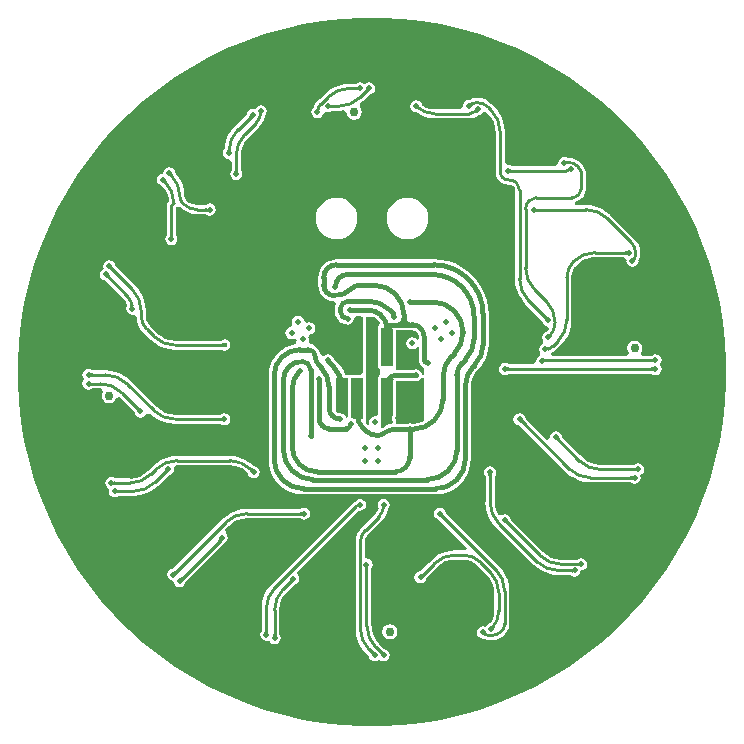
<source format=gbl>
G04*
G04 #@! TF.GenerationSoftware,Altium Limited,Altium Designer,20.2.6 (244)*
G04*
G04 Layer_Physical_Order=4*
G04 Layer_Color=16711680*
%FSLAX24Y24*%
%MOIN*%
G70*
G04*
G04 #@! TF.SameCoordinates,8D7CF149-CDE5-45B4-86FF-19C455488765*
G04*
G04*
G04 #@! TF.FilePolarity,Positive*
G04*
G01*
G75*
%ADD82C,0.0100*%
%ADD84C,0.0160*%
%ADD85C,0.0197*%
%ADD86C,0.0300*%
%ADD87C,0.0394*%
%ADD88C,0.0177*%
%ADD90C,0.0100*%
%ADD91R,0.0197X0.0906*%
%ADD92C,0.0200*%
G36*
X331Y11811D02*
X993Y11774D01*
X1652Y11700D01*
X2305Y11589D01*
X2951Y11441D01*
X3588Y11258D01*
X4214Y11039D01*
X4826Y10785D01*
X5423Y10498D01*
X6003Y10177D01*
X6564Y9824D01*
X7105Y9441D01*
X7623Y9028D01*
X8117Y8586D01*
X8586Y8117D01*
X9028Y7623D01*
X9441Y7105D01*
X9824Y6564D01*
X10177Y6003D01*
X10498Y5423D01*
X10785Y4826D01*
X11039Y4214D01*
X11258Y3588D01*
X11441Y2951D01*
X11589Y2305D01*
X11700Y1652D01*
X11774Y993D01*
X11811Y331D01*
Y-0D01*
X11811Y-331D01*
X11774Y-993D01*
X11700Y-1652D01*
X11589Y-2305D01*
X11441Y-2951D01*
X11258Y-3588D01*
X11039Y-4214D01*
X10785Y-4826D01*
X10498Y-5423D01*
X10177Y-6003D01*
X9824Y-6564D01*
X9441Y-7105D01*
X9028Y-7623D01*
X8586Y-8117D01*
X8117Y-8586D01*
X7623Y-9028D01*
X7105Y-9441D01*
X6564Y-9824D01*
X6003Y-10177D01*
X5423Y-10498D01*
X4826Y-10785D01*
X4214Y-11039D01*
X3588Y-11258D01*
X2951Y-11441D01*
X2305Y-11589D01*
X1652Y-11700D01*
X993Y-11774D01*
X331Y-11811D01*
X-331D01*
X-993Y-11774D01*
X-1652Y-11700D01*
X-2305Y-11589D01*
X-2951Y-11441D01*
X-3588Y-11258D01*
X-4214Y-11039D01*
X-4826Y-10785D01*
X-5423Y-10498D01*
X-6003Y-10177D01*
X-6564Y-9824D01*
X-7105Y-9441D01*
X-7623Y-9028D01*
X-8117Y-8586D01*
X-8586Y-8117D01*
X-9028Y-7623D01*
X-9441Y-7105D01*
X-9824Y-6564D01*
X-10177Y-6003D01*
X-10498Y-5423D01*
X-10785Y-4826D01*
X-11039Y-4214D01*
X-11258Y-3588D01*
X-11441Y-2951D01*
X-11589Y-2305D01*
X-11700Y-1652D01*
X-11774Y-993D01*
X-11811Y-331D01*
Y0D01*
Y331D01*
X-11774Y993D01*
X-11700Y1652D01*
X-11589Y2305D01*
X-11441Y2951D01*
X-11258Y3588D01*
X-11039Y4214D01*
X-10785Y4826D01*
X-10498Y5423D01*
X-10177Y6003D01*
X-9824Y6564D01*
X-9441Y7105D01*
X-9028Y7623D01*
X-8586Y8117D01*
X-8117Y8586D01*
X-7623Y9028D01*
X-7105Y9441D01*
X-6564Y9824D01*
X-6003Y10177D01*
X-5423Y10498D01*
X-4826Y10785D01*
X-4214Y11039D01*
X-3588Y11258D01*
X-2951Y11441D01*
X-2305Y11589D01*
X-1652Y11700D01*
X-993Y11774D01*
X-331Y11811D01*
X0D01*
X331Y11811D01*
D02*
G37*
%LPC*%
G36*
X-101Y9651D02*
X-178Y9636D01*
X-244Y9592D01*
X-319Y9636D01*
X-396Y9651D01*
X-473Y9636D01*
X-524Y9602D01*
X-769D01*
Y9602D01*
X-950Y9588D01*
X-1126Y9546D01*
X-1293Y9477D01*
X-1447Y9382D01*
X-1585Y9265D01*
X-1584Y9264D01*
X-1584Y9264D01*
X-1751Y9097D01*
X-1823Y9027D01*
X-1823Y9027D01*
X-1905Y8921D01*
X-1929Y8863D01*
X-1931Y8861D01*
X-1933Y8854D01*
X-1937Y8848D01*
X-1945Y8829D01*
X-1950Y8817D01*
X-1952Y8814D01*
X-1962Y8807D01*
X-2006Y8741D01*
X-2022Y8664D01*
X-2006Y8586D01*
X-1962Y8521D01*
X-1897Y8477D01*
X-1819Y8461D01*
X-1742Y8477D01*
X-1676Y8521D01*
X-1633Y8586D01*
X-1630Y8600D01*
X-1563Y8664D01*
X-1523Y8665D01*
X-1479Y8656D01*
X-1401Y8671D01*
X-1350Y8705D01*
X-1206Y8705D01*
X-1106Y8705D01*
Y8705D01*
X-939Y8718D01*
X-901Y8694D01*
X-843Y8636D01*
X-828Y8564D01*
X-773Y8481D01*
X-690Y8426D01*
X-593Y8407D01*
X-495Y8426D01*
X-413Y8481D01*
X-357Y8564D01*
X-338Y8661D01*
X-357Y8759D01*
X-401Y8824D01*
X-410Y8859D01*
X-397Y8951D01*
X-290Y9043D01*
X-290Y9043D01*
X-290Y9043D01*
X-83Y9250D01*
X-23Y9262D01*
X42Y9306D01*
X86Y9371D01*
X102Y9449D01*
X86Y9526D01*
X42Y9592D01*
X-23Y9636D01*
X-101Y9651D01*
D02*
G37*
G36*
X3504Y9133D02*
X3370Y9116D01*
X3309Y9091D01*
X3306Y9090D01*
X3300Y9087D01*
X3293Y9086D01*
X3274Y9078D01*
X3262Y9073D01*
X3259Y9072D01*
X3246Y9074D01*
X3169Y9059D01*
X3103Y9015D01*
X3059Y8949D01*
X3044Y8872D01*
X3047Y8859D01*
X2972Y8759D01*
X2184Y8759D01*
X2084Y8759D01*
X1987Y8767D01*
X1945Y8771D01*
X1812Y8811D01*
X1689Y8877D01*
X1669Y8893D01*
X1661Y8936D01*
X1617Y9001D01*
X1551Y9045D01*
X1474Y9061D01*
X1397Y9045D01*
X1331Y9001D01*
X1287Y8936D01*
X1272Y8858D01*
X1287Y8781D01*
X1331Y8715D01*
X1397Y8671D01*
X1474Y8656D01*
X1485Y8649D01*
X1490Y8645D01*
X1519Y8622D01*
X1695Y8528D01*
X1885Y8470D01*
X2084Y8451D01*
Y8453D01*
X3146Y8453D01*
X3246Y8452D01*
Y8452D01*
X3361Y8467D01*
X3468Y8511D01*
X3529Y8559D01*
X3597Y8572D01*
X3662Y8616D01*
X3686Y8651D01*
X3686Y8651D01*
X3782Y8674D01*
X3806Y8672D01*
X3867Y8611D01*
X3873Y8607D01*
X3974Y8484D01*
X4053Y8337D01*
X4101Y8178D01*
X4108Y8109D01*
X4115Y8012D01*
X4115D01*
Y6641D01*
X4115D01*
X4127Y6549D01*
X4163Y6462D01*
X4220Y6388D01*
X4219Y6387D01*
X4321Y6309D01*
X4439Y6260D01*
X4566Y6243D01*
X4566Y6243D01*
X4660Y6228D01*
X4710Y6194D01*
X4712Y6191D01*
X4715Y6189D01*
X4751Y6135D01*
X4764Y6072D01*
X4763Y6068D01*
Y3095D01*
X4763Y3095D01*
X4763D01*
X4777Y2915D01*
X4819Y2739D01*
X4888Y2571D01*
X4983Y2417D01*
X5100Y2279D01*
X5101Y2280D01*
X5678Y1702D01*
X5690Y1642D01*
X5734Y1577D01*
X5800Y1533D01*
X5829Y1527D01*
X5890Y1435D01*
X5893Y1420D01*
X5878Y1386D01*
X5847Y1345D01*
X5803Y1337D01*
X5737Y1293D01*
X5694Y1227D01*
X5678Y1150D01*
X5694Y1072D01*
X5710Y1047D01*
X5700Y958D01*
X5678Y929D01*
X5632Y899D01*
X5589Y833D01*
X5573Y756D01*
X5589Y678D01*
X5605Y654D01*
X5593Y563D01*
X5572Y537D01*
X5526Y506D01*
X5482Y440D01*
X5467Y363D01*
X5469Y351D01*
X5393Y251D01*
X4554D01*
X4503Y285D01*
X4426Y301D01*
X4348Y285D01*
X4283Y241D01*
X4239Y176D01*
X4223Y98D01*
X4239Y21D01*
X4283Y-45D01*
X4348Y-88D01*
X4426Y-104D01*
X4503Y-88D01*
X4554Y-55D01*
X9318D01*
X9369Y-88D01*
X9446Y-104D01*
X9524Y-88D01*
X9590Y-45D01*
X9633Y21D01*
X9649Y98D01*
X9633Y176D01*
X9590Y241D01*
X9590Y241D01*
Y251D01*
X9633Y316D01*
X9649Y394D01*
X9633Y471D01*
X9590Y537D01*
X9524Y581D01*
X9446Y596D01*
X9369Y581D01*
X9318Y547D01*
X9013D01*
X8964Y647D01*
X8993Y690D01*
X9012Y787D01*
X8993Y885D01*
X8938Y968D01*
X8855Y1023D01*
X8758Y1042D01*
X8660Y1023D01*
X8577Y968D01*
X8522Y885D01*
X8503Y787D01*
X8522Y690D01*
X8551Y647D01*
X8502Y547D01*
X6000D01*
X5974Y635D01*
X5974Y644D01*
X6041Y672D01*
X6151Y757D01*
X6150Y758D01*
X6309Y917D01*
X6309Y916D01*
X6427Y1054D01*
X6522Y1208D01*
X6591Y1375D01*
X6633Y1551D01*
X6647Y1732D01*
X6647D01*
X6647Y1732D01*
X6647Y3150D01*
X6646Y3152D01*
X6657Y3267D01*
X6692Y3381D01*
X6748Y3485D01*
X6761Y3501D01*
X6823Y3576D01*
D01*
X6897Y3639D01*
X6950Y3683D01*
X7097Y3761D01*
X7255Y3809D01*
X7324Y3816D01*
X7421Y3823D01*
Y3823D01*
X8409D01*
X8414Y3820D01*
X8485Y3745D01*
X8479Y3703D01*
X8494Y3626D01*
X8538Y3560D01*
X8604Y3516D01*
X8681Y3501D01*
X8759Y3516D01*
X8824Y3560D01*
X8868Y3626D01*
X8884Y3703D01*
X8881Y3715D01*
X8891Y3741D01*
X8895Y3749D01*
X8896Y3757D01*
X8900Y3763D01*
X8900Y3766D01*
X8925Y3827D01*
X8943Y3961D01*
X8941D01*
X8929Y4091D01*
X8891Y4215D01*
X8830Y4330D01*
X8747Y4430D01*
X8747Y4430D01*
X7948Y5229D01*
X7949Y5229D01*
X7811Y5347D01*
X7657Y5441D01*
X7490Y5510D01*
X7314Y5553D01*
X7133Y5567D01*
Y5566D01*
X7133Y5566D01*
X6758D01*
X6752Y5666D01*
X6777Y5670D01*
X6895Y5719D01*
X6996Y5796D01*
X6996Y5797D01*
X7061Y5881D01*
X7101Y5980D01*
X7115Y6085D01*
X7115D01*
X7115Y6690D01*
X7115Y6690D01*
X7103Y6748D01*
X7103Y6748D01*
X7042Y6863D01*
X6960Y6964D01*
X6859Y7046D01*
X6745Y7107D01*
X6744Y7107D01*
X6730Y7110D01*
X6681Y7130D01*
X6546Y7148D01*
X6525Y7145D01*
X6511Y7145D01*
X6498Y7145D01*
X6495Y7146D01*
X6484Y7153D01*
X6407Y7168D01*
X6329Y7153D01*
X6264Y7109D01*
X6220Y7043D01*
X6204Y6966D01*
X6208Y6949D01*
X6135Y6849D01*
X4651Y6849D01*
X4600Y6883D01*
X4522Y6898D01*
X4521Y6898D01*
X4421Y6978D01*
Y8012D01*
X4422D01*
X4408Y8193D01*
X4365Y8369D01*
X4296Y8536D01*
X4201Y8690D01*
X4084Y8828D01*
X4083Y8827D01*
X3973Y8938D01*
X3973Y8938D01*
X3873Y9020D01*
X3758Y9082D01*
X3634Y9119D01*
X3504Y9132D01*
Y9133D01*
D02*
G37*
G36*
X-3706Y8886D02*
X-3783Y8871D01*
X-3849Y8827D01*
X-3901Y8758D01*
X-3979Y8773D01*
X-4056Y8758D01*
X-4122Y8714D01*
X-4165Y8648D01*
X-4177Y8588D01*
X-4583Y8183D01*
X-4583Y8183D01*
X-4701Y8045D01*
X-4796Y7891D01*
X-4865Y7724D01*
X-4907Y7548D01*
X-4914Y7459D01*
X-4917Y7450D01*
X-4917Y7441D01*
X-4918Y7435D01*
X-4920Y7427D01*
X-4955Y7375D01*
X-4970Y7297D01*
X-4955Y7220D01*
X-4911Y7154D01*
X-4845Y7110D01*
X-4768Y7095D01*
X-4683Y7010D01*
X-4683Y6723D01*
X-4717Y6672D01*
X-4732Y6594D01*
X-4717Y6517D01*
X-4673Y6451D01*
X-4607Y6408D01*
X-4530Y6392D01*
X-4452Y6408D01*
X-4387Y6451D01*
X-4343Y6517D01*
X-4328Y6594D01*
X-4343Y6672D01*
X-4377Y6723D01*
X-4377Y7111D01*
X-4377Y7211D01*
X-4369Y7308D01*
X-4363Y7377D01*
X-4314Y7536D01*
X-4236Y7683D01*
X-4135Y7806D01*
X-4129Y7810D01*
X-3763Y8176D01*
X-3763Y8176D01*
X-3763Y8175D01*
X-3673Y8284D01*
X-3607Y8408D01*
X-3578Y8506D01*
X-3575Y8511D01*
X-3570Y8530D01*
X-3568Y8534D01*
X-3567Y8538D01*
X-3563Y8541D01*
X-3519Y8606D01*
X-3503Y8684D01*
X-3519Y8761D01*
X-3563Y8827D01*
X-3628Y8871D01*
X-3706Y8886D01*
D02*
G37*
G36*
X-6759Y6820D02*
X-6837Y6805D01*
X-6902Y6761D01*
X-6946Y6695D01*
X-6968Y6611D01*
X-7045Y6596D01*
X-7111Y6552D01*
X-7155Y6486D01*
X-7170Y6409D01*
X-7155Y6331D01*
X-7111Y6266D01*
X-7045Y6222D01*
X-6988Y6211D01*
X-6905Y6110D01*
X-6827Y5963D01*
X-6779Y5804D01*
X-6768Y5698D01*
X-6801Y5665D01*
X-6834Y5615D01*
X-6846Y5557D01*
Y4557D01*
X-6880Y4507D01*
X-6895Y4429D01*
X-6880Y4352D01*
X-6836Y4286D01*
X-6770Y4242D01*
X-6693Y4227D01*
X-6615Y4242D01*
X-6550Y4286D01*
X-6506Y4352D01*
X-6491Y4429D01*
X-6506Y4507D01*
X-6540Y4557D01*
Y5493D01*
X-6535Y5498D01*
X-6419Y5504D01*
X-6405Y5497D01*
X-6285Y5399D01*
X-6142Y5322D01*
X-5987Y5275D01*
X-5826Y5259D01*
Y5260D01*
X-5544D01*
X-5493Y5226D01*
X-5416Y5211D01*
X-5338Y5226D01*
X-5273Y5270D01*
X-5229Y5336D01*
X-5213Y5413D01*
X-5229Y5491D01*
X-5273Y5556D01*
X-5338Y5600D01*
X-5416Y5616D01*
X-5493Y5600D01*
X-5544Y5566D01*
X-5826D01*
X-5834Y5565D01*
X-5961Y5582D01*
X-6087Y5634D01*
X-6189Y5712D01*
X-6193Y5718D01*
X-6198Y5722D01*
X-6239Y5783D01*
X-6258Y5875D01*
X-6258D01*
X-6271Y6048D01*
X-6312Y6217D01*
X-6378Y6377D01*
X-6469Y6525D01*
X-6529Y6596D01*
X-6534Y6604D01*
X-6550Y6623D01*
X-6560Y6636D01*
X-6561Y6638D01*
X-6572Y6695D01*
X-6616Y6761D01*
X-6682Y6805D01*
X-6759Y6820D01*
D02*
G37*
G36*
X1181Y5812D02*
X1046Y5799D01*
X916Y5759D01*
X796Y5695D01*
X690Y5609D01*
X604Y5504D01*
X540Y5384D01*
X501Y5253D01*
X487Y5118D01*
X501Y4983D01*
X540Y4853D01*
X604Y4733D01*
X690Y4627D01*
X796Y4541D01*
X916Y4477D01*
X1046Y4438D01*
X1181Y4424D01*
X1316Y4438D01*
X1447Y4477D01*
X1567Y4541D01*
X1672Y4627D01*
X1758Y4733D01*
X1822Y4853D01*
X1862Y4983D01*
X1875Y5118D01*
X1862Y5253D01*
X1822Y5384D01*
X1758Y5504D01*
X1672Y5609D01*
X1567Y5695D01*
X1447Y5759D01*
X1316Y5799D01*
X1181Y5812D01*
D02*
G37*
G36*
X-1181D02*
X-1316Y5799D01*
X-1447Y5759D01*
X-1567Y5695D01*
X-1672Y5609D01*
X-1758Y5504D01*
X-1822Y5384D01*
X-1862Y5253D01*
X-1875Y5118D01*
X-1862Y4983D01*
X-1822Y4853D01*
X-1758Y4733D01*
X-1672Y4627D01*
X-1567Y4541D01*
X-1447Y4477D01*
X-1316Y4438D01*
X-1181Y4424D01*
X-1046Y4438D01*
X-916Y4477D01*
X-796Y4541D01*
X-690Y4627D01*
X-604Y4733D01*
X-540Y4853D01*
X-501Y4983D01*
X-487Y5118D01*
X-501Y5253D01*
X-540Y5384D01*
X-604Y5504D01*
X-690Y5609D01*
X-796Y5695D01*
X-916Y5759D01*
X-1046Y5799D01*
X-1181Y5812D01*
D02*
G37*
G36*
X-8761Y3724D02*
X-8839Y3708D01*
X-8904Y3665D01*
X-8948Y3599D01*
X-8964Y3522D01*
X-8948Y3444D01*
X-9017Y3392D01*
X-9061Y3326D01*
X-9077Y3249D01*
X-9061Y3171D01*
X-9017Y3106D01*
X-8952Y3062D01*
X-8892Y3050D01*
X-8276Y2434D01*
X-8271Y2431D01*
X-8202Y2341D01*
X-8156Y2230D01*
X-8156Y2227D01*
X-8155Y2222D01*
X-8155Y2220D01*
X-8176Y2188D01*
X-8192Y2111D01*
X-8176Y2034D01*
X-8132Y1968D01*
X-8067Y1924D01*
X-7989Y1909D01*
X-7950Y1916D01*
X-7897Y1891D01*
X-7866Y1868D01*
X-7849Y1846D01*
X-7836Y1719D01*
X-7792Y1573D01*
X-7720Y1439D01*
X-7624Y1321D01*
X-7623Y1321D01*
X-7379Y1077D01*
X-7380Y1077D01*
X-7242Y959D01*
X-7088Y865D01*
X-6920Y795D01*
X-6744Y753D01*
X-6564Y739D01*
Y740D01*
X-5027Y740D01*
X-4990Y715D01*
X-4917Y700D01*
X-4843Y715D01*
X-4781Y757D01*
X-4739Y819D01*
X-4724Y893D01*
X-4739Y966D01*
X-4781Y1028D01*
X-4843Y1070D01*
X-4917Y1085D01*
X-4990Y1070D01*
X-5027Y1045D01*
X-6564Y1045D01*
X-6564Y1045D01*
X-6564Y1045D01*
X-6661Y1053D01*
X-6730Y1060D01*
X-6889Y1108D01*
X-7036Y1187D01*
X-7089Y1230D01*
X-7163Y1294D01*
X-7233Y1364D01*
X-7407Y1538D01*
X-7412Y1541D01*
X-7483Y1634D01*
X-7530Y1748D01*
X-7534Y1774D01*
X-7545Y1870D01*
X-7545Y1870D01*
X-7545Y1943D01*
X-7544Y2043D01*
X-7544D01*
X-7558Y2224D01*
X-7600Y2400D01*
X-7670Y2567D01*
X-7764Y2722D01*
X-7882Y2859D01*
X-7882Y2859D01*
X-8563Y3539D01*
X-8574Y3599D01*
X-8618Y3665D01*
X-8684Y3708D01*
X-8761Y3724D01*
D02*
G37*
G36*
X2046Y3758D02*
Y3758D01*
X-1181D01*
X-1187Y3757D01*
X-1301Y3746D01*
X-1417Y3711D01*
X-1523Y3654D01*
X-1617Y3577D01*
X-1693Y3484D01*
X-1750Y3377D01*
X-1785Y3262D01*
X-1797Y3147D01*
X-1798Y3142D01*
Y2897D01*
X-1799D01*
X-1780Y2757D01*
X-1727Y2627D01*
X-1641Y2516D01*
X-1529Y2430D01*
X-1399Y2376D01*
X-1273Y2360D01*
X-1242Y2326D01*
X-1205Y2262D01*
X-1224Y2216D01*
X-1237Y2118D01*
X-1240Y2101D01*
X-1239Y2019D01*
D01*
X-1237Y2002D01*
X-1225Y1907D01*
X-1181Y1803D01*
X-1113Y1713D01*
X-1023Y1644D01*
X-918Y1601D01*
X-908Y1599D01*
X-883Y1583D01*
X-806Y1567D01*
X-729Y1583D01*
X-663Y1626D01*
X-619Y1692D01*
X-604Y1770D01*
X-606Y1779D01*
X-529Y1879D01*
X-408D01*
X-315Y1838D01*
X-315Y5D01*
X-415Y-95D01*
X-713Y-95D01*
X-752Y-103D01*
X-764Y-111D01*
X-776Y-103D01*
X-815Y-95D01*
X-899D01*
X-900Y-91D01*
X-906Y-74D01*
X-908Y-69D01*
X-910Y-64D01*
X-915Y-57D01*
X-948Y23D01*
X-1045Y182D01*
X-1165Y323D01*
X-1165Y323D01*
X-1275Y432D01*
X-1282Y469D01*
X-1326Y534D01*
X-1392Y578D01*
X-1469Y593D01*
X-1546Y578D01*
X-1612Y534D01*
X-1713Y562D01*
X-1721Y620D01*
X-1763Y722D01*
X-1830Y809D01*
X-1917Y875D01*
X-2018Y917D01*
X-2058Y923D01*
X-2078Y948D01*
X-2118Y1030D01*
X-2107Y1082D01*
X-2123Y1160D01*
X-2113Y1192D01*
X-2069Y1260D01*
X-2016Y1270D01*
X-1950Y1314D01*
X-1906Y1380D01*
X-1891Y1457D01*
X-1906Y1535D01*
X-1950Y1600D01*
X-2016Y1644D01*
X-2093Y1660D01*
X-2171Y1644D01*
X-2203Y1654D01*
X-2271Y1698D01*
X-2281Y1751D01*
X-2325Y1817D01*
X-2391Y1861D01*
X-2468Y1876D01*
X-2546Y1861D01*
X-2611Y1817D01*
X-2655Y1751D01*
X-2671Y1674D01*
X-2655Y1596D01*
X-2665Y1564D01*
X-2709Y1496D01*
X-2762Y1486D01*
X-2828Y1442D01*
X-2872Y1376D01*
X-2887Y1299D01*
X-2872Y1221D01*
X-2828Y1156D01*
X-2762Y1112D01*
X-2685Y1096D01*
X-2607Y1112D01*
X-2575Y1102D01*
X-2513Y1062D01*
X-2523Y967D01*
X-2559Y918D01*
X-2720Y880D01*
X-2873Y816D01*
X-3015Y729D01*
X-3141Y621D01*
X-3249Y495D01*
X-3336Y354D01*
X-3399Y200D01*
X-3438Y39D01*
X-3451Y-124D01*
X-3451Y-126D01*
Y-2898D01*
X-3451D01*
X-3437Y-3083D01*
X-3393Y-3263D01*
X-3322Y-3435D01*
X-3225Y-3593D01*
X-3105Y-3735D01*
X-2963Y-3855D01*
X-2805Y-3952D01*
X-2633Y-4023D01*
X-2453Y-4067D01*
X-2268Y-4081D01*
Y-4081D01*
X2110D01*
Y-4081D01*
X2295Y-4067D01*
X2476Y-4023D01*
X2648Y-3952D01*
X2806Y-3855D01*
X2947Y-3735D01*
X3068Y-3593D01*
X3165Y-3435D01*
X3236Y-3263D01*
X3279Y-3083D01*
X3294Y-2898D01*
X3294D01*
Y-468D01*
X3292Y-461D01*
X3306Y-320D01*
X3349Y-178D01*
X3420Y-46D01*
X3472Y17D01*
X3538Y89D01*
X3538Y89D01*
X3659Y231D01*
X3756Y389D01*
X3827Y561D01*
X3870Y741D01*
X3885Y926D01*
X3885D01*
Y1920D01*
X3885D01*
X3869Y2160D01*
X3822Y2396D01*
X3745Y2623D01*
X3639Y2839D01*
X3505Y3039D01*
X3346Y3220D01*
X3166Y3379D01*
X2966Y3512D01*
X2750Y3619D01*
X2522Y3696D01*
X2286Y3743D01*
X2046Y3758D01*
D02*
G37*
G36*
X-9451Y104D02*
X-9529Y88D01*
X-9594Y45D01*
X-9638Y-21D01*
X-9653Y-98D01*
X-9638Y-176D01*
X-9594Y-251D01*
X-9638Y-316D01*
X-9653Y-394D01*
X-9638Y-471D01*
X-9594Y-537D01*
X-9529Y-581D01*
X-9451Y-596D01*
X-9374Y-581D01*
X-9323Y-547D01*
X-9057D01*
X-9050Y-545D01*
X-9020Y-548D01*
X-8973Y-653D01*
X-8998Y-690D01*
X-9017Y-787D01*
X-8998Y-885D01*
X-8942Y-968D01*
X-8860Y-1023D01*
X-8762Y-1042D01*
X-8665Y-1023D01*
X-8582Y-968D01*
X-8527Y-885D01*
X-8524Y-870D01*
X-8415Y-837D01*
X-7918Y-1334D01*
X-7906Y-1394D01*
X-7862Y-1460D01*
X-7796Y-1504D01*
X-7719Y-1519D01*
X-7642Y-1504D01*
X-7576Y-1460D01*
X-7532Y-1394D01*
X-7531Y-1392D01*
X-7423Y-1359D01*
X-7392Y-1390D01*
X-7392Y-1390D01*
X-7254Y-1508D01*
X-7100Y-1603D01*
X-6933Y-1672D01*
X-6757Y-1714D01*
X-6576Y-1728D01*
Y-1728D01*
X-5052D01*
X-5001Y-1762D01*
X-4924Y-1777D01*
X-4846Y-1762D01*
X-4781Y-1718D01*
X-4737Y-1652D01*
X-4721Y-1575D01*
X-4737Y-1497D01*
X-4781Y-1432D01*
X-4846Y-1388D01*
X-4924Y-1373D01*
X-5001Y-1388D01*
X-5052Y-1422D01*
X-6476D01*
X-6576Y-1422D01*
X-6673Y-1414D01*
X-6742Y-1408D01*
X-6901Y-1359D01*
X-7048Y-1281D01*
X-7171Y-1180D01*
X-7175Y-1174D01*
X-8066Y-283D01*
X-8065Y-283D01*
X-8203Y-165D01*
X-8357Y-71D01*
X-8525Y-1D01*
X-8701Y41D01*
X-8881Y55D01*
Y55D01*
X-9323Y55D01*
X-9374Y88D01*
X-9451Y104D01*
D02*
G37*
G36*
X-6496Y-2799D02*
X-6677Y-2813D01*
X-6853Y-2856D01*
X-7020Y-2925D01*
X-7174Y-3020D01*
X-7312Y-3137D01*
X-7311Y-3137D01*
X-7311Y-3138D01*
X-7476Y-3302D01*
X-7480Y-3308D01*
X-7604Y-3409D01*
X-7750Y-3488D01*
X-7910Y-3536D01*
X-8068Y-3552D01*
X-8075Y-3550D01*
X-8558D01*
X-8609Y-3516D01*
X-8686Y-3501D01*
X-8763Y-3516D01*
X-8829Y-3560D01*
X-8873Y-3626D01*
X-8888Y-3703D01*
X-8873Y-3781D01*
X-8829Y-3846D01*
X-8760Y-3899D01*
X-8775Y-3976D01*
X-8760Y-4054D01*
X-8716Y-4119D01*
X-8650Y-4163D01*
X-8573Y-4178D01*
X-8496Y-4163D01*
X-8445Y-4129D01*
X-8050Y-4129D01*
X-7950Y-4130D01*
Y-4130D01*
X-7770Y-4116D01*
X-7594Y-4073D01*
X-7426Y-4004D01*
X-7272Y-3909D01*
X-7134Y-3792D01*
X-7134Y-3792D01*
X-7064Y-3721D01*
X-6780Y-3436D01*
X-6720Y-3424D01*
X-6654Y-3380D01*
X-6610Y-3315D01*
X-6595Y-3237D01*
X-6599Y-3214D01*
X-6534Y-3107D01*
X-6503Y-3104D01*
X-6496Y-3106D01*
X-4747D01*
X-4740Y-3104D01*
X-4582Y-3120D01*
X-4422Y-3168D01*
X-4276Y-3247D01*
X-4152Y-3348D01*
X-4148Y-3354D01*
X-4138Y-3364D01*
X-4126Y-3424D01*
X-4082Y-3490D01*
X-4017Y-3533D01*
X-3939Y-3549D01*
X-3862Y-3533D01*
X-3796Y-3490D01*
X-3752Y-3424D01*
X-3737Y-3346D01*
X-3752Y-3269D01*
X-3796Y-3203D01*
X-3845Y-3171D01*
X-3862Y-3160D01*
X-3862Y-3160D01*
X-3932Y-3137D01*
X-4069Y-3020D01*
X-4224Y-2925D01*
X-4391Y-2856D01*
X-4567Y-2813D01*
X-4747Y-2799D01*
Y-2800D01*
X-6496D01*
X-6496Y-2800D01*
Y-2799D01*
D02*
G37*
G36*
X4916Y-1373D02*
X4839Y-1388D01*
X4773Y-1432D01*
X4729Y-1497D01*
X4714Y-1575D01*
X4729Y-1652D01*
X4773Y-1718D01*
X4839Y-1762D01*
X4899Y-1774D01*
X6462Y-3337D01*
X6461Y-3337D01*
X6599Y-3455D01*
X6753Y-3549D01*
X6921Y-3619D01*
X7097Y-3661D01*
X7277Y-3675D01*
Y-3674D01*
X8628Y-3674D01*
X8679Y-3708D01*
X8757Y-3724D01*
X8834Y-3708D01*
X8900Y-3665D01*
X8944Y-3599D01*
X8959Y-3522D01*
X8948Y-3441D01*
X9013Y-3392D01*
X9057Y-3326D01*
X9072Y-3249D01*
X9057Y-3171D01*
X9013Y-3106D01*
X8947Y-3062D01*
X8870Y-3046D01*
X8792Y-3062D01*
X8741Y-3096D01*
X7616Y-3096D01*
X7616Y-3096D01*
X7616Y-3096D01*
X7519Y-3088D01*
X7450Y-3081D01*
X7291Y-3033D01*
X7144Y-2955D01*
X7091Y-2911D01*
X7017Y-2848D01*
X6947Y-2778D01*
X6328Y-2159D01*
X6316Y-2099D01*
X6272Y-2033D01*
X6206Y-1989D01*
X6129Y-1974D01*
X6051Y-1989D01*
X5986Y-2033D01*
X5942Y-2099D01*
X5926Y-2176D01*
X5840Y-2256D01*
X5816Y-2259D01*
X5115Y-1557D01*
X5103Y-1497D01*
X5059Y-1432D01*
X4994Y-1388D01*
X4916Y-1373D01*
D02*
G37*
G36*
X-2266Y-4522D02*
X-2344Y-4538D01*
X-2394Y-4571D01*
X-4173D01*
X-4173Y-4571D01*
Y-4571D01*
X-4354Y-4585D01*
X-4530Y-4627D01*
X-4697Y-4697D01*
X-4851Y-4791D01*
X-4989Y-4909D01*
X-4989Y-4909D01*
X-4989Y-4909D01*
X-6638Y-6558D01*
X-6697Y-6570D01*
X-6763Y-6614D01*
X-6807Y-6679D01*
X-6822Y-6757D01*
X-6807Y-6834D01*
X-6763Y-6900D01*
X-6697Y-6944D01*
X-6620Y-6959D01*
X-6598Y-7043D01*
X-6554Y-7109D01*
X-6489Y-7153D01*
X-6411Y-7168D01*
X-6334Y-7153D01*
X-6268Y-7109D01*
X-6224Y-7043D01*
X-6212Y-6983D01*
X-4951Y-5722D01*
X-4939Y-5711D01*
X-4936Y-5708D01*
X-4930Y-5707D01*
X-4865Y-5663D01*
X-4821Y-5598D01*
X-4806Y-5520D01*
X-4821Y-5443D01*
X-4865Y-5377D01*
X-4876Y-5370D01*
X-4893Y-5247D01*
X-4772Y-5125D01*
X-4768Y-5120D01*
X-4645Y-5018D01*
X-4498Y-4940D01*
X-4339Y-4892D01*
X-4180Y-4876D01*
X-4173Y-4877D01*
X-2394D01*
X-2344Y-4911D01*
X-2266Y-4927D01*
X-2189Y-4911D01*
X-2123Y-4867D01*
X-2079Y-4802D01*
X-2064Y-4724D01*
X-2079Y-4647D01*
X-2123Y-4581D01*
X-2189Y-4538D01*
X-2266Y-4522D01*
D02*
G37*
G36*
X-396Y-4227D02*
X-473Y-4242D01*
X-539Y-4286D01*
X-561Y-4319D01*
X-569Y-4322D01*
X-640Y-4377D01*
X-640Y-4377D01*
X-3268Y-7005D01*
X-3340Y-7075D01*
X-3340Y-7075D01*
X-3457Y-7213D01*
X-3552Y-7367D01*
X-3621Y-7535D01*
X-3663Y-7711D01*
X-3677Y-7891D01*
X-3677D01*
X-3677Y-8631D01*
X-3711Y-8682D01*
X-3726Y-8759D01*
X-3711Y-8836D01*
X-3667Y-8902D01*
X-3601Y-8946D01*
X-3524Y-8961D01*
X-3443Y-8950D01*
X-3394Y-9015D01*
X-3328Y-9059D01*
X-3251Y-9074D01*
X-3174Y-9059D01*
X-3108Y-9015D01*
X-3064Y-8949D01*
X-3049Y-8872D01*
X-3064Y-8795D01*
X-3098Y-8744D01*
Y-7942D01*
X-3099Y-7935D01*
X-3084Y-7777D01*
X-3036Y-7617D01*
X-2957Y-7471D01*
X-2913Y-7417D01*
X-2850Y-7343D01*
X-2780Y-7273D01*
X-2604Y-7097D01*
X-2544Y-7085D01*
X-2478Y-7041D01*
X-2434Y-6976D01*
X-2419Y-6898D01*
X-2434Y-6821D01*
X-2478Y-6755D01*
X-2488Y-6657D01*
X-451Y-4620D01*
X-396Y-4631D01*
X-319Y-4616D01*
X-253Y-4572D01*
X-209Y-4506D01*
X-194Y-4429D01*
X-209Y-4351D01*
X-253Y-4286D01*
X-319Y-4242D01*
X-396Y-4227D01*
D02*
G37*
G36*
X391Y-4227D02*
X314Y-4242D01*
X248Y-4286D01*
X204Y-4351D01*
X189Y-4429D01*
X204Y-4506D01*
X225Y-4537D01*
X225Y-4537D01*
X186Y-4632D01*
X180Y-4639D01*
X120Y-4714D01*
X49Y-4785D01*
X-248Y-5083D01*
X-320Y-5153D01*
X-320Y-5153D01*
X-417Y-5272D01*
X-490Y-5408D01*
X-535Y-5555D01*
X-550Y-5709D01*
X-550D01*
X-549Y-5809D01*
X-549Y-8542D01*
X-550D01*
X-535Y-8723D01*
X-493Y-8899D01*
X-424Y-9066D01*
X-329Y-9221D01*
X-212Y-9358D01*
X-211Y-9358D01*
X-103Y-9466D01*
X-91Y-9526D01*
X-47Y-9592D01*
X19Y-9636D01*
X96Y-9651D01*
X173Y-9636D01*
X244Y-9595D01*
X314Y-9636D01*
X391Y-9651D01*
X469Y-9636D01*
X534Y-9592D01*
X578Y-9526D01*
X594Y-9449D01*
X578Y-9371D01*
X534Y-9306D01*
X469Y-9262D01*
X409Y-9250D01*
X236Y-9077D01*
X230Y-9073D01*
X129Y-8950D01*
X50Y-8803D01*
X2Y-8644D01*
X-13Y-8485D01*
X-12Y-8478D01*
X-24Y-8420D01*
X-35Y-8403D01*
Y-6548D01*
X-1Y-6497D01*
X15Y-6420D01*
X-1Y-6342D01*
X-45Y-6277D01*
X-110Y-6233D01*
X-188Y-6217D01*
X-243Y-6172D01*
Y-5709D01*
X-244Y-5702D01*
X-229Y-5584D01*
X-181Y-5468D01*
X-108Y-5374D01*
X-103Y-5370D01*
X336Y-4931D01*
X336Y-4931D01*
X337Y-4931D01*
X425Y-4823D01*
X491Y-4701D01*
X519Y-4608D01*
X522Y-4602D01*
X527Y-4583D01*
X528Y-4578D01*
X530Y-4575D01*
X534Y-4572D01*
X578Y-4506D01*
X594Y-4429D01*
X578Y-4351D01*
X534Y-4286D01*
X469Y-4242D01*
X391Y-4227D01*
D02*
G37*
G36*
X2261Y-4522D02*
X2184Y-4538D01*
X2118Y-4581D01*
X2075Y-4647D01*
X2059Y-4724D01*
X2075Y-4802D01*
X2118Y-4867D01*
X2184Y-4911D01*
X2244Y-4923D01*
X3181Y-5860D01*
X3136Y-5956D01*
X3049Y-5948D01*
Y-5949D01*
X3049Y-5949D01*
X2771D01*
Y-5949D01*
X2591Y-5963D01*
X2415Y-6005D01*
X2247Y-6075D01*
X2093Y-6169D01*
X1955Y-6287D01*
X1955Y-6287D01*
X1885Y-6358D01*
X1598Y-6645D01*
X1538Y-6657D01*
X1472Y-6701D01*
X1428Y-6766D01*
X1413Y-6844D01*
X1428Y-6921D01*
X1472Y-6987D01*
X1538Y-7031D01*
X1615Y-7046D01*
X1693Y-7031D01*
X1758Y-6987D01*
X1802Y-6921D01*
X1814Y-6861D01*
X2101Y-6574D01*
X2172Y-6503D01*
X2246Y-6440D01*
X2299Y-6396D01*
X2446Y-6318D01*
X2605Y-6270D01*
X2764Y-6254D01*
X2771Y-6255D01*
X3049D01*
X3052Y-6255D01*
X3172Y-6266D01*
X3291Y-6303D01*
X3401Y-6361D01*
X3422Y-6378D01*
X3496Y-6441D01*
X3566Y-6511D01*
X3827Y-6771D01*
X3832Y-6775D01*
X3934Y-6898D01*
X4012Y-7045D01*
X4060Y-7204D01*
X4076Y-7363D01*
X4075Y-7370D01*
Y-7958D01*
X4076Y-7963D01*
X4062Y-8098D01*
X4022Y-8232D01*
X3956Y-8355D01*
X3939Y-8375D01*
X3896Y-8384D01*
X3831Y-8428D01*
X3787Y-8493D01*
X3778Y-8497D01*
X3701Y-8481D01*
X3624Y-8497D01*
X3558Y-8541D01*
X3514Y-8606D01*
X3499Y-8684D01*
X3514Y-8761D01*
X3558Y-8827D01*
X3624Y-8871D01*
X3701Y-8886D01*
X3712Y-8884D01*
X3739Y-8894D01*
X3747Y-8897D01*
X3754Y-8899D01*
X3761Y-8902D01*
X3764Y-8902D01*
X3825Y-8927D01*
X3959Y-8945D01*
Y-8944D01*
X4088Y-8931D01*
X4213Y-8893D01*
X4327Y-8832D01*
X4428Y-8750D01*
X4429Y-8750D01*
X4507Y-8648D01*
X4557Y-8528D01*
X4574Y-8400D01*
X4572D01*
Y-7297D01*
X4573D01*
X4559Y-7116D01*
X4517Y-6940D01*
X4447Y-6773D01*
X4353Y-6619D01*
X4235Y-6481D01*
X4235Y-6481D01*
X4164Y-6411D01*
X2460Y-4707D01*
X2448Y-4647D01*
X2404Y-4581D01*
X2339Y-4538D01*
X2261Y-4522D01*
D02*
G37*
G36*
X3935Y-3144D02*
X3857Y-3160D01*
X3792Y-3203D01*
X3748Y-3269D01*
X3732Y-3346D01*
X3748Y-3424D01*
X3782Y-3475D01*
Y-4346D01*
X3781D01*
X3795Y-4527D01*
X3838Y-4703D01*
X3907Y-4870D01*
X4001Y-5024D01*
X4119Y-5162D01*
X4119Y-5161D01*
X5391Y-6433D01*
X5391Y-6433D01*
X5528Y-6551D01*
X5683Y-6646D01*
X5850Y-6715D01*
X6026Y-6757D01*
X6206Y-6771D01*
Y-6771D01*
X6626D01*
X6677Y-6805D01*
X6755Y-6820D01*
X6832Y-6805D01*
X6898Y-6761D01*
X6941Y-6695D01*
X6962Y-6616D01*
X7041Y-6596D01*
X7106Y-6552D01*
X7150Y-6486D01*
X7166Y-6409D01*
X7150Y-6332D01*
X7106Y-6266D01*
X7041Y-6222D01*
X6963Y-6207D01*
X6886Y-6222D01*
X6835Y-6256D01*
X6303D01*
X6296Y-6257D01*
X6137Y-6242D01*
X5978Y-6193D01*
X5831Y-6115D01*
X5708Y-6014D01*
X5704Y-6008D01*
X4618Y-4922D01*
X4606Y-4862D01*
X4563Y-4797D01*
X4497Y-4753D01*
X4419Y-4737D01*
X4342Y-4753D01*
X4316Y-4770D01*
X4206Y-4755D01*
X4190Y-4746D01*
X4150Y-4671D01*
X4102Y-4512D01*
X4086Y-4353D01*
X4088Y-4346D01*
Y-3475D01*
X4122Y-3424D01*
X4137Y-3346D01*
X4122Y-3269D01*
X4078Y-3203D01*
X4012Y-3160D01*
X3935Y-3144D01*
D02*
G37*
G36*
X588Y-8407D02*
X491Y-8426D01*
X408Y-8481D01*
X353Y-8564D01*
X333Y-8661D01*
X353Y-8759D01*
X408Y-8842D01*
X491Y-8897D01*
X588Y-8916D01*
X686Y-8897D01*
X768Y-8842D01*
X824Y-8759D01*
X843Y-8661D01*
X824Y-8564D01*
X768Y-8481D01*
X686Y-8426D01*
X588Y-8407D01*
D02*
G37*
%LPD*%
G36*
X-466Y9380D02*
X-470Y9384D01*
X-475Y9387D01*
X-481Y9390D01*
X-487Y9392D01*
X-494Y9394D01*
X-502Y9396D01*
X-510Y9397D01*
X-519Y9398D01*
X-540Y9399D01*
Y9499D01*
X-529Y9499D01*
X-510Y9501D01*
X-502Y9502D01*
X-494Y9504D01*
X-487Y9506D01*
X-481Y9508D01*
X-475Y9511D01*
X-470Y9514D01*
X-466Y9518D01*
Y9380D01*
D02*
G37*
G36*
X-1404Y8924D02*
X-1400Y8920D01*
X-1394Y8918D01*
X-1388Y8915D01*
X-1381Y8913D01*
X-1373Y8911D01*
X-1365Y8910D01*
X-1355Y8909D01*
X-1335Y8908D01*
Y8808D01*
X-1346Y8808D01*
X-1365Y8807D01*
X-1373Y8805D01*
X-1381Y8804D01*
X-1388Y8801D01*
X-1394Y8799D01*
X-1400Y8796D01*
X-1404Y8793D01*
X-1408Y8789D01*
X-1408Y8927D01*
X-1404Y8924D01*
D02*
G37*
G36*
X-1739Y8797D02*
X-1743Y8788D01*
X-1747Y8779D01*
X-1749Y8771D01*
X-1750Y8763D01*
X-1751Y8755D01*
X-1751Y8748D01*
X-1750Y8741D01*
X-1748Y8735D01*
X-1745Y8729D01*
X-1742Y8724D01*
X-1878Y8743D01*
X-1875Y8745D01*
X-1872Y8749D01*
X-1869Y8753D01*
X-1866Y8759D01*
X-1859Y8772D01*
X-1851Y8789D01*
X-1842Y8810D01*
X-1739Y8797D01*
D02*
G37*
G36*
X3397Y8910D02*
X3388Y8906D01*
X3379Y8902D01*
X3372Y8898D01*
X3365Y8894D01*
X3359Y8889D01*
X3355Y8883D01*
X3351Y8878D01*
X3347Y8872D01*
X3345Y8866D01*
X3344Y8860D01*
X3261Y8969D01*
X3264Y8969D01*
X3269Y8970D01*
X3274Y8970D01*
X3281Y8972D01*
X3295Y8976D01*
X3313Y8983D01*
X3333Y8992D01*
X3397Y8910D01*
D02*
G37*
G36*
X1573Y8857D02*
X1575Y8851D01*
X1577Y8845D01*
X1580Y8839D01*
X1584Y8833D01*
X1589Y8827D01*
X1595Y8821D01*
X1602Y8815D01*
X1609Y8809D01*
X1618Y8803D01*
X1550Y8728D01*
X1541Y8735D01*
X1517Y8749D01*
X1509Y8753D01*
X1503Y8756D01*
X1497Y8758D01*
X1491Y8759D01*
X1485Y8760D01*
X1481Y8760D01*
X1572Y8863D01*
X1573Y8857D01*
D02*
G37*
G36*
X6460Y7049D02*
X6465Y7047D01*
X6470Y7046D01*
X6476Y7045D01*
X6492Y7043D01*
X6510Y7043D01*
X6533Y7043D01*
X6561Y6943D01*
X6550Y6943D01*
X6541Y6943D01*
X6532Y6942D01*
X6525Y6940D01*
X6517Y6938D01*
X6511Y6935D01*
X6505Y6931D01*
X6500Y6927D01*
X6496Y6922D01*
X6492Y6917D01*
X6457Y7050D01*
X6460Y7049D01*
D02*
G37*
G36*
X4597Y6761D02*
X4601Y6758D01*
X4607Y6755D01*
X4613Y6753D01*
X4620Y6751D01*
X4628Y6749D01*
X4636Y6747D01*
X4646Y6747D01*
X4666Y6746D01*
Y6646D01*
X4656Y6646D01*
X4636Y6644D01*
X4628Y6643D01*
X4620Y6641D01*
X4613Y6639D01*
X4607Y6637D01*
X4601Y6634D01*
X4597Y6630D01*
X4593Y6627D01*
X4593Y6765D01*
X4597Y6761D01*
D02*
G37*
G36*
X8498Y3907D02*
X8494Y3911D01*
X8489Y3914D01*
X8484Y3917D01*
X8477Y3919D01*
X8470Y3921D01*
X8463Y3923D01*
X8454Y3924D01*
X8445Y3925D01*
X8425Y3926D01*
Y4026D01*
X8435Y4026D01*
X8454Y4028D01*
X8463Y4029D01*
X8470Y4031D01*
X8477Y4033D01*
X8484Y4035D01*
X8489Y4038D01*
X8494Y4041D01*
X8498Y4045D01*
Y3907D01*
D02*
G37*
G36*
X8801Y3790D02*
X8797Y3780D01*
X8781Y3738D01*
X8780Y3731D01*
X8779Y3726D01*
X8779Y3721D01*
X8779Y3718D01*
X8669Y3801D01*
X8675Y3802D01*
X8682Y3804D01*
X8687Y3808D01*
X8693Y3812D01*
X8698Y3816D01*
X8703Y3822D01*
X8707Y3829D01*
X8712Y3836D01*
X8716Y3845D01*
X8719Y3854D01*
X8801Y3790D01*
D02*
G37*
G36*
X5818Y1850D02*
X5833Y1837D01*
X5840Y1832D01*
X5846Y1828D01*
X5853Y1824D01*
X5859Y1822D01*
X5865Y1820D01*
X5871Y1819D01*
X5876Y1818D01*
X5779Y1721D01*
X5778Y1726D01*
X5777Y1732D01*
X5775Y1738D01*
X5773Y1744D01*
X5769Y1750D01*
X5765Y1757D01*
X5760Y1764D01*
X5754Y1771D01*
X5740Y1786D01*
X5811Y1857D01*
X5818Y1850D01*
D02*
G37*
G36*
X6011Y1223D02*
X6005Y1214D01*
X5990Y1190D01*
X5986Y1183D01*
X5983Y1176D01*
X5981Y1170D01*
X5980Y1164D01*
X5979Y1159D01*
X5979Y1154D01*
X5878Y1248D01*
X5884Y1249D01*
X5890Y1250D01*
X5896Y1252D01*
X5902Y1256D01*
X5908Y1260D01*
X5914Y1264D01*
X5920Y1270D01*
X5926Y1277D01*
X5932Y1284D01*
X5938Y1293D01*
X6011Y1223D01*
D02*
G37*
G36*
X5922Y732D02*
X5911Y727D01*
X5876Y712D01*
X5870Y709D01*
X5860Y702D01*
X5857Y699D01*
X5854Y696D01*
X5836Y833D01*
X5842Y829D01*
X5847Y827D01*
X5854Y825D01*
X5860Y824D01*
X5867Y823D01*
X5875Y824D01*
X5883Y825D01*
X5891Y827D01*
X5900Y831D01*
X5910Y834D01*
X5922Y732D01*
D02*
G37*
G36*
X9376Y325D02*
X9372Y328D01*
X9367Y332D01*
X9362Y334D01*
X9356Y337D01*
X9349Y339D01*
X9341Y341D01*
X9332Y342D01*
X9323Y343D01*
X9303Y344D01*
Y444D01*
X9313Y444D01*
X9332Y445D01*
X9341Y447D01*
X9349Y448D01*
X9356Y450D01*
X9362Y453D01*
X9367Y456D01*
X9372Y459D01*
X9376Y463D01*
Y325D01*
D02*
G37*
G36*
X5717Y449D02*
X5722Y448D01*
X5729Y447D01*
X5747Y445D01*
X5803Y444D01*
X5821Y444D01*
X5825Y344D01*
X5814Y343D01*
X5795Y342D01*
X5787Y340D01*
X5780Y338D01*
X5774Y335D01*
X5768Y332D01*
X5764Y328D01*
X5760Y324D01*
X5757Y319D01*
X5714Y450D01*
X5717Y449D01*
D02*
G37*
G36*
X9376Y30D02*
X9372Y33D01*
X9367Y36D01*
X9362Y39D01*
X9356Y42D01*
X9349Y44D01*
X9341Y45D01*
X9332Y47D01*
X9323Y48D01*
X9303Y48D01*
X9303Y148D01*
X9313Y149D01*
X9332Y150D01*
X9341Y151D01*
X9349Y153D01*
X9356Y155D01*
X9362Y158D01*
X9367Y161D01*
X9372Y164D01*
X9376Y167D01*
X9376Y30D01*
D02*
G37*
G36*
X4500Y164D02*
X4505Y161D01*
X4510Y158D01*
X4517Y155D01*
X4524Y153D01*
X4531Y151D01*
X4540Y150D01*
X4549Y149D01*
X4569Y148D01*
Y48D01*
X4559Y48D01*
X4540Y47D01*
X4531Y45D01*
X4524Y44D01*
X4517Y42D01*
X4510Y39D01*
X4505Y36D01*
X4500Y33D01*
X4496Y30D01*
Y167D01*
X4500Y164D01*
D02*
G37*
G36*
X-3643Y8608D02*
X-3646Y8605D01*
X-3650Y8601D01*
X-3653Y8596D01*
X-3656Y8590D01*
X-3659Y8583D01*
X-3665Y8568D01*
X-3668Y8558D01*
X-3673Y8538D01*
X-3775Y8545D01*
X-3772Y8555D01*
X-3770Y8565D01*
X-3769Y8573D01*
X-3769Y8582D01*
X-3769Y8589D01*
X-3770Y8597D01*
X-3772Y8603D01*
X-3774Y8609D01*
X-3777Y8615D01*
X-3780Y8620D01*
X-3643Y8608D01*
D02*
G37*
G36*
X-3980Y8472D02*
X-3985Y8472D01*
X-3991Y8471D01*
X-3997Y8469D01*
X-4003Y8466D01*
X-4009Y8463D01*
X-4016Y8458D01*
X-4023Y8453D01*
X-4030Y8448D01*
X-4045Y8434D01*
X-4116Y8504D01*
X-4108Y8512D01*
X-4096Y8527D01*
X-4091Y8533D01*
X-4086Y8540D01*
X-4083Y8547D01*
X-4080Y8553D01*
X-4078Y8559D01*
X-4077Y8564D01*
X-4077Y8570D01*
X-3980Y8472D01*
D02*
G37*
G36*
X-4715Y7441D02*
X-4715Y7431D01*
X-4715Y7412D01*
X-4714Y7404D01*
X-4713Y7396D01*
X-4711Y7389D01*
X-4709Y7382D01*
X-4706Y7377D01*
X-4702Y7372D01*
X-4699Y7367D01*
X-4836Y7368D01*
X-4833Y7372D01*
X-4830Y7376D01*
X-4827Y7382D01*
X-4825Y7388D01*
X-4822Y7395D01*
X-4820Y7402D01*
X-4817Y7420D01*
X-4816Y7430D01*
X-4815Y7441D01*
X-4715Y7441D01*
D02*
G37*
G36*
X-4480Y6728D02*
X-4478Y6709D01*
X-4477Y6700D01*
X-4475Y6692D01*
X-4473Y6685D01*
X-4471Y6679D01*
X-4468Y6674D01*
X-4465Y6669D01*
X-4461Y6665D01*
X-4599Y6665D01*
X-4595Y6669D01*
X-4592Y6674D01*
X-4589Y6679D01*
X-4587Y6685D01*
X-4585Y6692D01*
X-4583Y6700D01*
X-4582Y6709D01*
X-4581Y6718D01*
X-4580Y6738D01*
X-4480D01*
X-4480Y6728D01*
D02*
G37*
G36*
X-6660Y6612D02*
X-6659Y6606D01*
X-6657Y6600D01*
X-6653Y6593D01*
X-6649Y6586D01*
X-6643Y6578D01*
X-6629Y6559D01*
X-6612Y6538D01*
X-6687Y6472D01*
X-6695Y6481D01*
X-6711Y6496D01*
X-6718Y6502D01*
X-6726Y6508D01*
X-6733Y6512D01*
X-6739Y6515D01*
X-6746Y6518D01*
X-6752Y6519D01*
X-6758Y6519D01*
X-6661Y6617D01*
X-6660Y6612D01*
D02*
G37*
G36*
X-6869Y6403D02*
X-6868Y6397D01*
X-6865Y6391D01*
X-6862Y6384D01*
X-6858Y6377D01*
X-6852Y6369D01*
X-6838Y6350D01*
X-6821Y6329D01*
X-6896Y6263D01*
X-6904Y6272D01*
X-6920Y6287D01*
X-6927Y6294D01*
X-6935Y6299D01*
X-6942Y6303D01*
X-6948Y6306D01*
X-6955Y6309D01*
X-6961Y6310D01*
X-6967Y6311D01*
X-6870Y6408D01*
X-6869Y6403D01*
D02*
G37*
G36*
X-5486Y5344D02*
X-5490Y5348D01*
X-5495Y5351D01*
X-5500Y5354D01*
X-5507Y5357D01*
X-5514Y5359D01*
X-5521Y5360D01*
X-5530Y5362D01*
X-5539Y5363D01*
X-5560Y5363D01*
Y5463D01*
X-5549Y5464D01*
X-5530Y5465D01*
X-5521Y5466D01*
X-5514Y5468D01*
X-5507Y5470D01*
X-5500Y5473D01*
X-5495Y5475D01*
X-5490Y5479D01*
X-5486Y5482D01*
Y5344D01*
D02*
G37*
G36*
X-6643Y4562D02*
X-6641Y4543D01*
X-6640Y4535D01*
X-6638Y4527D01*
X-6636Y4520D01*
X-6634Y4514D01*
X-6631Y4508D01*
X-6628Y4503D01*
X-6624Y4499D01*
X-6762D01*
X-6758Y4503D01*
X-6755Y4508D01*
X-6752Y4514D01*
X-6750Y4520D01*
X-6748Y4527D01*
X-6746Y4535D01*
X-6745Y4543D01*
X-6744Y4552D01*
X-6743Y4573D01*
X-6643D01*
X-6643Y4562D01*
D02*
G37*
G36*
X-8663Y3515D02*
X-8661Y3509D01*
X-8660Y3504D01*
X-8657Y3497D01*
X-8653Y3491D01*
X-8649Y3484D01*
X-8644Y3477D01*
X-8638Y3470D01*
X-8624Y3455D01*
X-8695Y3384D01*
X-8703Y3392D01*
X-8717Y3404D01*
X-8724Y3409D01*
X-8731Y3414D01*
X-8737Y3417D01*
X-8743Y3420D01*
X-8749Y3422D01*
X-8755Y3423D01*
X-8760Y3423D01*
X-8663Y3521D01*
X-8663Y3515D01*
D02*
G37*
G36*
X-8776Y3242D02*
X-8774Y3237D01*
X-8773Y3231D01*
X-8770Y3225D01*
X-8766Y3218D01*
X-8762Y3212D01*
X-8757Y3205D01*
X-8751Y3197D01*
X-8737Y3182D01*
X-8808Y3112D01*
X-8816Y3119D01*
X-8830Y3131D01*
X-8837Y3137D01*
X-8844Y3141D01*
X-8850Y3144D01*
X-8856Y3147D01*
X-8862Y3149D01*
X-8868Y3150D01*
X-8873Y3150D01*
X-8776Y3248D01*
X-8776Y3242D01*
D02*
G37*
G36*
X-7953Y2246D02*
X-7945Y2219D01*
X-7942Y2211D01*
X-7936Y2199D01*
X-7933Y2194D01*
X-7930Y2190D01*
X-7926Y2187D01*
X-8064Y2175D01*
X-8060Y2180D01*
X-8057Y2186D01*
X-8055Y2192D01*
X-8053Y2198D01*
X-8052Y2206D01*
X-8052Y2213D01*
X-8052Y2222D01*
X-8053Y2230D01*
X-8055Y2240D01*
X-8057Y2250D01*
X-7956Y2257D01*
X-7953Y2246D01*
D02*
G37*
G36*
X-4980Y831D02*
X-4983Y833D01*
X-4986Y835D01*
X-4990Y837D01*
X-4996Y838D01*
X-5001Y840D01*
X-5008Y841D01*
X-5024Y842D01*
X-5043Y843D01*
Y943D01*
X-5033Y943D01*
X-5008Y944D01*
X-5001Y946D01*
X-4996Y947D01*
X-4990Y948D01*
X-4986Y950D01*
X-4983Y952D01*
X-4980Y955D01*
Y831D01*
D02*
G37*
G36*
X1145Y1784D02*
X1149Y1757D01*
X1157Y1733D01*
X1169Y1712D01*
X1183Y1695D01*
X1201Y1680D01*
X1221Y1669D01*
X1245Y1661D01*
X1273Y1656D01*
X1303Y1655D01*
X1063Y1495D01*
X823Y1655D01*
X853Y1656D01*
X881Y1661D01*
X905Y1669D01*
X925Y1680D01*
X943Y1695D01*
X957Y1712D01*
X969Y1733D01*
X977Y1757D01*
X981Y1784D01*
X983Y1815D01*
X1143D01*
X1145Y1784D01*
D02*
G37*
G36*
X1420Y1378D02*
X1489Y1332D01*
X1535Y1263D01*
X1550Y1188D01*
X1549Y1181D01*
Y1091D01*
X1499Y1076D01*
X1483Y1100D01*
X1417Y1144D01*
X1340Y1159D01*
X1262Y1144D01*
X1197Y1100D01*
X1153Y1034D01*
X1138Y957D01*
X1153Y879D01*
X1197Y814D01*
X1262Y770D01*
X1340Y754D01*
X1417Y770D01*
X1483Y814D01*
X1499Y837D01*
X1549Y822D01*
Y415D01*
X1552Y401D01*
X1560Y337D01*
X1590Y265D01*
X1638Y202D01*
X1700Y155D01*
X1716Y148D01*
X1732Y137D01*
Y-95D01*
X1662D01*
X1649Y-29D01*
X1605Y37D01*
X1540Y81D01*
X1462Y96D01*
X1385Y81D01*
X1380Y77D01*
X861D01*
X814Y78D01*
X787Y101D01*
X787Y1391D01*
X1339D01*
X1345Y1393D01*
X1420Y1378D01*
D02*
G37*
G36*
X664Y1476D02*
X692Y1432D01*
X692Y1426D01*
X685Y1391D01*
X685Y197D01*
X287Y197D01*
X287Y1476D01*
X664Y1476D01*
D02*
G37*
G36*
X-974Y-197D02*
X-815Y-197D01*
X-815Y-1514D01*
X-865Y-1519D01*
X-869Y-1497D01*
X-913Y-1432D01*
X-978Y-1388D01*
X-1056Y-1373D01*
X-1109Y-1383D01*
X-1132Y-1379D01*
X-1196Y-1336D01*
X-1213Y-1311D01*
X-1213Y-197D01*
X-1153D01*
X-1176Y-109D01*
X-1003Y-105D01*
X-974Y-197D01*
D02*
G37*
G36*
X1732Y-197D02*
X1732Y-1638D01*
X1676Y-1668D01*
X1522Y-1715D01*
X1371Y-1730D01*
X1362Y-1728D01*
X1340D01*
X1335Y-1725D01*
X1258Y-1710D01*
X1180Y-1725D01*
X1175Y-1728D01*
X787D01*
X787Y-329D01*
X814Y-290D01*
X1380D01*
X1385Y-293D01*
X1462Y-309D01*
X1540Y-293D01*
X1605Y-249D01*
X1640Y-197D01*
X1732D01*
D02*
G37*
G36*
X54Y1838D02*
X93Y1821D01*
X131Y1793D01*
X139Y1781D01*
X188Y1748D01*
X257Y1658D01*
X270Y1626D01*
X248Y1571D01*
X215Y1548D01*
X193Y1515D01*
X185Y1476D01*
X185Y197D01*
X193Y158D01*
X215Y125D01*
X248Y103D01*
X280Y96D01*
X280Y-96D01*
X248Y-103D01*
X215Y-125D01*
X193Y-158D01*
X185Y-197D01*
X185Y-1437D01*
X135Y-1478D01*
X98Y-1471D01*
X21Y-1486D01*
X-45Y-1530D01*
X-88Y-1596D01*
X-104Y-1673D01*
X-88Y-1751D01*
X-128Y-1781D01*
X-185Y-1724D01*
X-191Y-1720D01*
X-213Y-1692D01*
X-213Y1838D01*
X54Y1838D01*
D02*
G37*
G36*
X-315Y-197D02*
X-315Y-1575D01*
X-591Y-1575D01*
X-635Y-1545D01*
X-713Y-1530D01*
X-713Y-1530D01*
X-713Y-197D01*
X-315Y-197D01*
D02*
G37*
G36*
X695D02*
X704Y-206D01*
X720Y-247D01*
X703Y-272D01*
X699Y-281D01*
X693Y-290D01*
X691Y-300D01*
X688Y-309D01*
X687Y-319D01*
X685Y-329D01*
X685Y-1445D01*
X677Y-1458D01*
X661Y-1535D01*
X677Y-1613D01*
X685Y-1626D01*
Y-1679D01*
X681Y-1727D01*
X549Y-1745D01*
X425Y-1796D01*
X350Y-1854D01*
X287D01*
Y-1740D01*
X301Y-1673D01*
X287Y-1606D01*
X287Y-197D01*
X695Y-197D01*
D02*
G37*
G36*
X-9377Y-33D02*
X-9372Y-36D01*
X-9366Y-39D01*
X-9360Y-42D01*
X-9353Y-44D01*
X-9346Y-45D01*
X-9337Y-47D01*
X-9328Y-48D01*
X-9307Y-48D01*
Y-148D01*
X-9318Y-149D01*
X-9337Y-150D01*
X-9346Y-151D01*
X-9353Y-153D01*
X-9360Y-155D01*
X-9366Y-158D01*
X-9372Y-161D01*
X-9377Y-164D01*
X-9381Y-167D01*
X-9381Y-30D01*
X-9377Y-33D01*
D02*
G37*
G36*
X-4994Y-1644D02*
X-4998Y-1640D01*
X-5003Y-1637D01*
X-5008Y-1634D01*
X-5015Y-1632D01*
X-5022Y-1630D01*
X-5029Y-1628D01*
X-5038Y-1627D01*
X-5047Y-1626D01*
X-5067Y-1625D01*
Y-1525D01*
X-5057Y-1525D01*
X-5038Y-1523D01*
X-5029Y-1522D01*
X-5022Y-1520D01*
X-5015Y-1518D01*
X-5008Y-1516D01*
X-5003Y-1513D01*
X-4998Y-1509D01*
X-4994Y-1506D01*
Y-1644D01*
D02*
G37*
G36*
X-3962Y-3251D02*
X-4035Y-3324D01*
X-4035Y-3323D01*
X-4037Y-3321D01*
X-4039Y-3319D01*
X-4061Y-3296D01*
X-4076Y-3281D01*
X-4005Y-3210D01*
X-3962Y-3251D01*
D02*
G37*
G36*
X-6798Y-3336D02*
X-6803Y-3336D01*
X-6809Y-3337D01*
X-6815Y-3339D01*
X-6821Y-3342D01*
X-6828Y-3345D01*
X-6834Y-3349D01*
X-6841Y-3354D01*
X-6848Y-3360D01*
X-6863Y-3374D01*
X-6934Y-3304D01*
X-6927Y-3296D01*
X-6914Y-3281D01*
X-6909Y-3274D01*
X-6905Y-3268D01*
X-6901Y-3261D01*
X-6899Y-3255D01*
X-6897Y-3249D01*
X-6896Y-3244D01*
X-6895Y-3238D01*
X-6798Y-3336D01*
D02*
G37*
G36*
X-8612Y-3638D02*
X-8607Y-3641D01*
X-8601Y-3644D01*
X-8595Y-3647D01*
X-8588Y-3649D01*
X-8580Y-3650D01*
X-8572Y-3652D01*
X-8563Y-3653D01*
X-8542Y-3653D01*
Y-3753D01*
X-8553Y-3754D01*
X-8572Y-3755D01*
X-8580Y-3756D01*
X-8588Y-3758D01*
X-8595Y-3760D01*
X-8601Y-3763D01*
X-8607Y-3765D01*
X-8612Y-3769D01*
X-8616Y-3772D01*
Y-3634D01*
X-8612Y-3638D01*
D02*
G37*
G36*
X-8499Y-3911D02*
X-8494Y-3914D01*
X-8488Y-3917D01*
X-8482Y-3919D01*
X-8475Y-3921D01*
X-8467Y-3923D01*
X-8459Y-3924D01*
X-8450Y-3925D01*
X-8429Y-3926D01*
Y-4026D01*
X-8440Y-4026D01*
X-8459Y-4028D01*
X-8467Y-4029D01*
X-8475Y-4031D01*
X-8482Y-4033D01*
X-8488Y-4035D01*
X-8494Y-4038D01*
X-8499Y-4042D01*
X-8503Y-4045D01*
X-8503Y-3907D01*
X-8499Y-3911D01*
D02*
G37*
G36*
X5015Y-1581D02*
X5016Y-1587D01*
X5018Y-1593D01*
X5021Y-1599D01*
X5024Y-1605D01*
X5028Y-1612D01*
X5033Y-1619D01*
X5039Y-1626D01*
X5053Y-1641D01*
X4982Y-1712D01*
X4975Y-1704D01*
X4960Y-1692D01*
X4953Y-1687D01*
X4947Y-1683D01*
X4940Y-1679D01*
X4934Y-1677D01*
X4928Y-1675D01*
X4922Y-1674D01*
X4917Y-1673D01*
X5015Y-1576D01*
X5015Y-1581D01*
D02*
G37*
G36*
X6227Y-2182D02*
X6229Y-2188D01*
X6231Y-2194D01*
X6233Y-2200D01*
X6237Y-2207D01*
X6241Y-2213D01*
X6246Y-2220D01*
X6252Y-2227D01*
X6266Y-2242D01*
X6195Y-2313D01*
X6187Y-2306D01*
X6173Y-2293D01*
X6166Y-2288D01*
X6159Y-2284D01*
X6153Y-2280D01*
X6147Y-2278D01*
X6141Y-2276D01*
X6135Y-2275D01*
X6130Y-2274D01*
X6227Y-2177D01*
X6227Y-2182D01*
D02*
G37*
G36*
X8799Y-3318D02*
X8795Y-3314D01*
X8791Y-3311D01*
X8785Y-3308D01*
X8779Y-3306D01*
X8772Y-3303D01*
X8764Y-3302D01*
X8756Y-3300D01*
X8746Y-3299D01*
X8726Y-3299D01*
Y-3199D01*
X8736Y-3199D01*
X8756Y-3197D01*
X8764Y-3196D01*
X8772Y-3194D01*
X8779Y-3192D01*
X8785Y-3189D01*
X8791Y-3187D01*
X8795Y-3183D01*
X8799Y-3180D01*
X8799Y-3318D01*
D02*
G37*
G36*
X8686Y-3590D02*
X8682Y-3587D01*
X8678Y-3584D01*
X8672Y-3581D01*
X8666Y-3578D01*
X8659Y-3576D01*
X8651Y-3575D01*
X8643Y-3573D01*
X8633Y-3572D01*
X8613Y-3572D01*
Y-3472D01*
X8623Y-3471D01*
X8643Y-3470D01*
X8651Y-3469D01*
X8659Y-3467D01*
X8666Y-3465D01*
X8672Y-3462D01*
X8678Y-3459D01*
X8682Y-3456D01*
X8686Y-3453D01*
X8686Y-3590D01*
D02*
G37*
G36*
X-2336Y-4793D02*
X-2340Y-4790D01*
X-2345Y-4787D01*
X-2351Y-4784D01*
X-2357Y-4781D01*
X-2364Y-4779D01*
X-2372Y-4777D01*
X-2380Y-4776D01*
X-2389Y-4775D01*
X-2410Y-4774D01*
Y-4674D01*
X-2399Y-4674D01*
X-2380Y-4673D01*
X-2372Y-4671D01*
X-2364Y-4670D01*
X-2357Y-4668D01*
X-2351Y-4665D01*
X-2345Y-4662D01*
X-2340Y-4659D01*
X-2336Y-4656D01*
Y-4793D01*
D02*
G37*
G36*
X-4979Y-5614D02*
X-4983Y-5616D01*
X-4987Y-5619D01*
X-4992Y-5623D01*
X-5007Y-5634D01*
X-5035Y-5661D01*
X-5060Y-5685D01*
X-5132Y-5616D01*
X-5125Y-5608D01*
X-5113Y-5594D01*
X-5108Y-5587D01*
X-5105Y-5580D01*
X-5102Y-5574D01*
X-5101Y-5568D01*
X-5100Y-5562D01*
X-5100Y-5556D01*
X-5101Y-5551D01*
X-4979Y-5614D01*
D02*
G37*
G36*
X-6483Y-6691D02*
X-6490Y-6698D01*
X-6503Y-6713D01*
X-6508Y-6720D01*
X-6512Y-6726D01*
X-6516Y-6733D01*
X-6518Y-6739D01*
X-6520Y-6745D01*
X-6521Y-6751D01*
X-6522Y-6756D01*
X-6619Y-6658D01*
X-6614Y-6658D01*
X-6608Y-6657D01*
X-6602Y-6655D01*
X-6596Y-6652D01*
X-6590Y-6649D01*
X-6583Y-6645D01*
X-6576Y-6640D01*
X-6569Y-6634D01*
X-6554Y-6620D01*
X-6483Y-6691D01*
D02*
G37*
G36*
X-6274Y-6899D02*
X-6282Y-6907D01*
X-6294Y-6922D01*
X-6299Y-6928D01*
X-6303Y-6935D01*
X-6307Y-6942D01*
X-6309Y-6948D01*
X-6311Y-6954D01*
X-6313Y-6959D01*
X-6313Y-6965D01*
X-6410Y-6867D01*
X-6405Y-6867D01*
X-6399Y-6866D01*
X-6393Y-6864D01*
X-6387Y-6861D01*
X-6381Y-6858D01*
X-6374Y-6854D01*
X-6367Y-6848D01*
X-6360Y-6843D01*
X-6345Y-6829D01*
X-6274Y-6899D01*
D02*
G37*
G36*
X-456Y-4507D02*
X-458Y-4505D01*
X-460Y-4504D01*
X-462Y-4503D01*
X-464Y-4502D01*
X-466Y-4501D01*
X-468Y-4501D01*
X-470Y-4501D01*
X-471Y-4501D01*
X-473Y-4502D01*
X-474Y-4502D01*
X-498Y-4401D01*
X-496Y-4400D01*
X-495Y-4400D01*
X-493Y-4399D01*
X-492Y-4398D01*
X-491Y-4397D01*
X-490Y-4395D01*
X-489Y-4394D01*
X-488Y-4393D01*
X-487Y-4392D01*
X-487Y-4390D01*
X-456Y-4507D01*
D02*
G37*
G36*
X-2622Y-6997D02*
X-2628Y-6997D01*
X-2633Y-6998D01*
X-2639Y-7000D01*
X-2645Y-7003D01*
X-2652Y-7006D01*
X-2658Y-7010D01*
X-2665Y-7015D01*
X-2673Y-7021D01*
X-2688Y-7035D01*
X-2758Y-6965D01*
X-2751Y-6957D01*
X-2738Y-6942D01*
X-2733Y-6935D01*
X-2729Y-6929D01*
X-2726Y-6922D01*
X-2723Y-6916D01*
X-2721Y-6910D01*
X-2720Y-6905D01*
X-2720Y-6899D01*
X-2622Y-6997D01*
D02*
G37*
G36*
X-3474Y-8626D02*
X-3472Y-8645D01*
X-3471Y-8653D01*
X-3469Y-8661D01*
X-3467Y-8668D01*
X-3465Y-8674D01*
X-3462Y-8680D01*
X-3459Y-8685D01*
X-3455Y-8689D01*
X-3593Y-8689D01*
X-3589Y-8685D01*
X-3586Y-8680D01*
X-3583Y-8674D01*
X-3581Y-8668D01*
X-3579Y-8661D01*
X-3577Y-8653D01*
X-3576Y-8645D01*
X-3575Y-8636D01*
X-3574Y-8615D01*
X-3474D01*
X-3474Y-8626D01*
D02*
G37*
G36*
X-3201Y-8739D02*
X-3199Y-8758D01*
X-3198Y-8766D01*
X-3196Y-8774D01*
X-3194Y-8781D01*
X-3192Y-8787D01*
X-3189Y-8793D01*
X-3186Y-8798D01*
X-3182Y-8802D01*
X-3320D01*
X-3316Y-8798D01*
X-3313Y-8793D01*
X-3310Y-8787D01*
X-3308Y-8781D01*
X-3306Y-8774D01*
X-3304Y-8766D01*
X-3303Y-8758D01*
X-3302Y-8749D01*
X-3301Y-8728D01*
X-3201D01*
X-3201Y-8739D01*
D02*
G37*
G36*
X454Y-4505D02*
X451Y-4508D01*
X447Y-4512D01*
X444Y-4517D01*
X441Y-4523D01*
X438Y-4529D01*
X432Y-4545D01*
X429Y-4554D01*
X423Y-4575D01*
X322Y-4567D01*
X325Y-4557D01*
X327Y-4548D01*
X328Y-4539D01*
X328Y-4531D01*
X328Y-4523D01*
X327Y-4516D01*
X325Y-4509D01*
X323Y-4503D01*
X320Y-4498D01*
X317Y-4493D01*
X454Y-4505D01*
D02*
G37*
G36*
X-122Y-6494D02*
X-126Y-6499D01*
X-128Y-6504D01*
X-131Y-6511D01*
X-133Y-6518D01*
X-135Y-6525D01*
X-136Y-6534D01*
X-137Y-6543D01*
X-138Y-6563D01*
X-238D01*
X-238Y-6553D01*
X-239Y-6534D01*
X-241Y-6525D01*
X-242Y-6518D01*
X-244Y-6511D01*
X-247Y-6504D01*
X-250Y-6499D01*
X-253Y-6494D01*
X-257Y-6490D01*
X-119D01*
X-122Y-6494D01*
D02*
G37*
G36*
X37Y-9319D02*
X52Y-9332D01*
X59Y-9337D01*
X66Y-9341D01*
X72Y-9344D01*
X78Y-9347D01*
X84Y-9349D01*
X90Y-9350D01*
X95Y-9350D01*
X-2Y-9448D01*
X-3Y-9442D01*
X-4Y-9437D01*
X-6Y-9431D01*
X-8Y-9425D01*
X-12Y-9418D01*
X-16Y-9412D01*
X-21Y-9405D01*
X-27Y-9398D01*
X-41Y-9382D01*
X30Y-9312D01*
X37Y-9319D01*
D02*
G37*
G36*
X2360Y-4731D02*
X2361Y-4736D01*
X2363Y-4742D01*
X2366Y-4749D01*
X2369Y-4755D01*
X2374Y-4762D01*
X2379Y-4769D01*
X2385Y-4776D01*
X2398Y-4791D01*
X2328Y-4861D01*
X2320Y-4854D01*
X2306Y-4842D01*
X2299Y-4837D01*
X2292Y-4832D01*
X2286Y-4829D01*
X2279Y-4826D01*
X2273Y-4824D01*
X2268Y-4823D01*
X2262Y-4823D01*
X2360Y-4725D01*
X2360Y-4731D01*
D02*
G37*
G36*
X1752Y-6777D02*
X1745Y-6785D01*
X1733Y-6800D01*
X1727Y-6807D01*
X1723Y-6813D01*
X1720Y-6820D01*
X1717Y-6826D01*
X1715Y-6832D01*
X1714Y-6837D01*
X1714Y-6843D01*
X1616Y-6745D01*
X1622Y-6745D01*
X1627Y-6744D01*
X1633Y-6742D01*
X1639Y-6739D01*
X1646Y-6736D01*
X1653Y-6732D01*
X1659Y-6727D01*
X1667Y-6721D01*
X1682Y-6707D01*
X1752Y-6777D01*
D02*
G37*
G36*
X4104Y-8495D02*
X4098Y-8504D01*
X4083Y-8528D01*
X4079Y-8535D01*
X4076Y-8542D01*
X4074Y-8548D01*
X4073Y-8554D01*
X4072Y-8559D01*
X4072Y-8564D01*
X3969Y-8472D01*
X3975Y-8472D01*
X3981Y-8470D01*
X3987Y-8468D01*
X3993Y-8464D01*
X3999Y-8460D01*
X4005Y-8455D01*
X4011Y-8450D01*
X4017Y-8443D01*
X4023Y-8436D01*
X4029Y-8427D01*
X4104Y-8495D01*
D02*
G37*
G36*
X3800Y-8678D02*
X3802Y-8684D01*
X3805Y-8690D01*
X3809Y-8695D01*
X3814Y-8700D01*
X3820Y-8705D01*
X3827Y-8710D01*
X3834Y-8714D01*
X3843Y-8718D01*
X3852Y-8722D01*
X3788Y-8804D01*
X3777Y-8799D01*
X3735Y-8784D01*
X3729Y-8782D01*
X3724Y-8781D01*
X3719Y-8781D01*
X3715Y-8781D01*
X3799Y-8671D01*
X3800Y-8678D01*
D02*
G37*
G36*
X4000Y-3421D02*
X3997Y-3426D01*
X3994Y-3431D01*
X3991Y-3437D01*
X3989Y-3444D01*
X3988Y-3452D01*
X3986Y-3461D01*
X3985Y-3470D01*
X3985Y-3490D01*
X3885D01*
X3884Y-3480D01*
X3883Y-3461D01*
X3882Y-3452D01*
X3880Y-3444D01*
X3878Y-3437D01*
X3875Y-3431D01*
X3873Y-3426D01*
X3869Y-3421D01*
X3866Y-3417D01*
X4004D01*
X4000Y-3421D01*
D02*
G37*
G36*
X4518Y-4946D02*
X4519Y-4952D01*
X4521Y-4958D01*
X4524Y-4964D01*
X4527Y-4970D01*
X4532Y-4977D01*
X4537Y-4984D01*
X4543Y-4991D01*
X4557Y-5006D01*
X4486Y-5077D01*
X4478Y-5069D01*
X4464Y-5057D01*
X4457Y-5052D01*
X4450Y-5048D01*
X4444Y-5044D01*
X4437Y-5041D01*
X4432Y-5039D01*
X4426Y-5038D01*
X4420Y-5038D01*
X4518Y-4941D01*
X4518Y-4946D01*
D02*
G37*
G36*
X6684Y-6687D02*
X6680Y-6683D01*
X6675Y-6680D01*
X6670Y-6677D01*
X6664Y-6675D01*
X6657Y-6672D01*
X6649Y-6671D01*
X6640Y-6669D01*
X6631Y-6668D01*
X6611Y-6668D01*
Y-6568D01*
X6621Y-6568D01*
X6640Y-6566D01*
X6649Y-6565D01*
X6657Y-6563D01*
X6664Y-6561D01*
X6670Y-6558D01*
X6675Y-6556D01*
X6680Y-6552D01*
X6684Y-6549D01*
Y-6687D01*
D02*
G37*
D82*
X-5038Y-5592D02*
G03*
X-5008Y-5520I-72J72D01*
G01*
X-8349Y-687D02*
G03*
X-9057Y-394I-707J-707D01*
G01*
X-6411Y5875D02*
G03*
X-6302Y5610I375J0D01*
G01*
X-6411Y5875D02*
G03*
X-6690Y6549I-953J0D01*
G01*
X-6302Y5610D02*
G03*
X-5826Y5413I475J475D01*
G01*
X-3871Y8284D02*
G03*
X-3706Y8684I-400J400D01*
G01*
X-4237Y7918D02*
G03*
X-4530Y7211I707J-707D01*
G01*
X-1106Y8858D02*
G03*
X-398Y9151I-0J1000D01*
G01*
X3246Y8606D02*
G03*
X3451Y8691I0J290D01*
G01*
X1474Y8858D02*
G03*
X2084Y8606I610J610D01*
G01*
X7840Y5120D02*
G03*
X7133Y5413I-707J-707D01*
G01*
X8788Y3961D02*
G03*
X8639Y4322I-510J0D01*
G01*
X-7271Y1185D02*
G03*
X-6564Y893I707J707D01*
G01*
X-7698Y1870D02*
G03*
X-7515Y1429I623J0D01*
G01*
X-7698Y2043D02*
G03*
X-7990Y2751I-1000J0D01*
G01*
X-4475Y8074D02*
G03*
X-4768Y7367I707J-707D01*
G01*
X-6611Y5638D02*
G03*
X-6904Y6345I-1000J0D01*
G01*
X-7989Y2111D02*
G03*
X-8168Y2542I-610J0D01*
G01*
X-7283Y-1282D02*
G03*
X-6576Y-1575I707J707D01*
G01*
X-8174Y-391D02*
G03*
X-8881Y-98I-707J-707D01*
G01*
X2771Y-6102D02*
G03*
X2064Y-6395I0J-1000D01*
G01*
X3604Y-6332D02*
G03*
X3049Y-6102I-555J-555D01*
G01*
X4228Y-7370D02*
G03*
X3935Y-6663I-1000J0D01*
G01*
X3974Y-8571D02*
G03*
X4228Y-7958I-613J613D01*
G01*
X-4040Y-3246D02*
G03*
X-4747Y-2953I-707J-707D01*
G01*
X-6496Y-2953D02*
G03*
X-7203Y-3246I0J-1000D01*
G01*
X-8075Y-3703D02*
G03*
X-7368Y-3410I0J1000D01*
G01*
X-7950Y-3976D02*
G03*
X-7243Y-3683I0J1000D01*
G01*
X-4173Y-4724D02*
G03*
X-4880Y-5017I0J-1000D01*
G01*
X-3231Y-7184D02*
G03*
X-3524Y-7891I707J-707D01*
G01*
X-396Y-4429D02*
G03*
X-532Y-4485I0J-193D01*
G01*
X-2958Y-7235D02*
G03*
X-3251Y-7942I707J-707D01*
G01*
X-165Y-8478D02*
G03*
X128Y-9185I1000J0D01*
G01*
X-211Y-5262D02*
G03*
X-396Y-5709I447J-447D01*
G01*
X-396Y-8542D02*
G03*
X-103Y-9250I1000J0D01*
G01*
X228Y-4823D02*
G03*
X391Y-4429I-394J394D01*
G01*
X4419Y-7297D02*
G03*
X4127Y-6590I-1000J0D01*
G01*
X4320Y-8641D02*
G03*
X4419Y-8400I-241J241D01*
G01*
X3959Y-8791D02*
G03*
X4320Y-8641I0J510D01*
G01*
X3701Y-8684D02*
G03*
X3959Y-8791I258J258D01*
G01*
X5596Y-6116D02*
G03*
X6303Y-6409I707J707D01*
G01*
X5499Y-6325D02*
G03*
X6206Y-6618I707J707D01*
G01*
X3935Y-4346D02*
G03*
X4228Y-5053I1000J0D01*
G01*
X6570Y-3229D02*
G03*
X7277Y-3522I707J707D01*
G01*
X6909Y-2956D02*
G03*
X7616Y-3249I707J707D01*
G01*
X5744Y394D02*
G03*
X5669Y363I0J-106D01*
G01*
X6650Y5807D02*
G03*
X6887Y5906I0J336D01*
G01*
X6962Y6690D02*
G03*
X6686Y6966I-471J-195D01*
G01*
X6887Y5906D02*
G03*
X6962Y6085I-180J180D01*
G01*
X5900Y1170D02*
G03*
X6100Y1652I-482J482D01*
G01*
Y1653D02*
G03*
X5807Y2360I-1000J0D01*
G01*
X5116Y3465D02*
G03*
X5409Y2758I1000J0D01*
G01*
X5234Y5709D02*
G03*
X5116Y5423I286J-286D01*
G01*
X5468Y5807D02*
G03*
X5237Y5711I0J-327D01*
G01*
X4916Y3095D02*
G03*
X5209Y2388I1000J0D01*
G01*
X4916Y6068D02*
G03*
X4820Y6299I-326J0D01*
G01*
D02*
G03*
X4583Y6398I-238J-238D01*
G01*
X4328Y6496D02*
G03*
X4566Y6398I238J238D01*
G01*
X8681Y3703D02*
G03*
X8788Y3961I-258J258D01*
G01*
X7421Y3976D02*
G03*
X6715Y3684I0J-998D01*
G01*
X6715D02*
G03*
X6494Y3150I534J-534D01*
G01*
X6201Y1025D02*
G03*
X6494Y1732I-707J707D01*
G01*
X5776Y756D02*
G03*
X6042Y866I0J377D01*
G01*
X3865Y8830D02*
G03*
X3504Y8979I-360J-360D01*
G01*
X4268Y8012D02*
G03*
X3975Y8719I-1000J0D01*
G01*
X4268Y6641D02*
G03*
X4328Y6496I206J0D01*
G01*
X6686Y6966D02*
G03*
X6407Y6966I-140J-337D01*
G01*
X6468Y6696D02*
G03*
X6615Y6757I0J209D01*
G01*
X3504Y8979D02*
G03*
X3246Y8872I0J-365D01*
G01*
X-769Y9449D02*
G03*
X-1476Y9156I0J-1000D01*
G01*
X-1714Y8918D02*
G03*
X-1819Y8664I255J-255D01*
G01*
X-6411Y-6966D02*
X-5038Y-5592D01*
X-188Y-8456D02*
Y-6420D01*
X-9451Y-394D02*
X-9057D01*
X-8349Y-687D02*
X-7719Y-1317D01*
X5411Y5413D02*
X7133D01*
X5116Y3465D02*
Y5423D01*
X4916Y3095D02*
Y6068D01*
X-188Y-8456D02*
X-165Y-8478D01*
X-6693Y4429D02*
Y5557D01*
X-6611Y5638D01*
X-6759Y6618D02*
X-6690Y6549D01*
X-5826Y5413D02*
X-5416D01*
X-5826D02*
X-5826D01*
X-4237Y7918D02*
X-3871Y8284D01*
X-4530Y7211D02*
X-4530Y6594D01*
X-1106Y8858D02*
X-1106D01*
X-1479Y8858D02*
X-1106Y8858D01*
X3451Y8691D02*
X3519Y8759D01*
X3451Y8691D02*
X3451Y8691D01*
X2084Y8606D02*
X3246Y8606D01*
X7840Y5120D02*
X8639Y4322D01*
X-7515Y1429D02*
X-7271Y1185D01*
X-7698Y1870D02*
Y2043D01*
X-8761Y3522D02*
X-7990Y2751D01*
X-6564Y893D02*
X-4917Y893D01*
X-4475Y8074D02*
X-3979Y8571D01*
X-4768Y7367D02*
X-4768Y7297D01*
X-6968Y6409D02*
X-6904Y6345D01*
X-8874Y3249D02*
X-8168Y2542D01*
X-6576Y-1575D02*
X-4924D01*
X-8174Y-391D02*
X-7283Y-1282D01*
X-9451Y-98D02*
X-8881Y-98D01*
X1615Y-6844D02*
X2064Y-6395D01*
X2771Y-6102D02*
X3049D01*
X3604Y-6332D02*
X3935Y-6663D01*
X4228Y-7958D02*
Y-7370D01*
X-4040Y-3246D02*
X-3939Y-3346D01*
X-6496Y-2953D02*
X-4747D01*
X-7368Y-3410D02*
X-7203Y-3246D01*
X-8686Y-3703D02*
X-8075D01*
X-7243Y-3683D02*
X-6797Y-3237D01*
X-8573Y-3976D02*
X-7950Y-3976D01*
X-4173Y-4724D02*
X-2266D01*
X-6620Y-6757D02*
X-4880Y-5017D01*
X-3231Y-7184D02*
X-532Y-4485D01*
X-3524Y-7891D02*
X-3524Y-8759D01*
X-2958Y-7235D02*
X-2621Y-6898D01*
X-3251Y-8872D02*
Y-7942D01*
X128Y-9185D02*
X391Y-9449D01*
X-211Y-5262D02*
X228Y-4823D01*
X-396Y-8542D02*
X-396Y-5709D01*
X-103Y-9250D02*
X96Y-9449D01*
X2261Y-4724D02*
X4127Y-6590D01*
X4419Y-8400D02*
Y-7297D01*
X6303Y-6409D02*
X6963D01*
X4419Y-4940D02*
X5596Y-6116D01*
X6206Y-6618D02*
X6755D01*
X4228Y-5053D02*
X5499Y-6325D01*
X3935Y-4346D02*
Y-3346D01*
X7277Y-3522D02*
X8757Y-3522D01*
X4916Y-1575D02*
X6570Y-3229D01*
X7616Y-3249D02*
X8870Y-3249D01*
X6129Y-2176D02*
X6909Y-2956D01*
X9446Y98D02*
X9446Y98D01*
X4426Y98D02*
X9446D01*
X5744Y394D02*
X9446D01*
X5468Y5807D02*
X6650D01*
X6962Y6690D02*
X6962Y6690D01*
X6962Y6690D02*
X6962Y6085D01*
X6100Y1652D02*
Y1653D01*
X5409Y2758D02*
X5807Y2360D01*
X5234Y5709D02*
X5237Y5711D01*
X5209Y2388D02*
X5877Y1720D01*
X4566Y6398D02*
X4583D01*
X7421Y3976D02*
X8568D01*
X6494Y3150D02*
X6494Y1732D01*
X6042Y866D02*
X6201Y1025D01*
X3865Y8830D02*
X3975Y8719D01*
X4268Y6641D02*
Y8012D01*
X4522Y6696D02*
X6468Y6696D01*
X5880Y1150D02*
X5900Y1170D01*
X6393Y6952D02*
X6407Y6966D01*
X-769Y9449D02*
X-396D01*
X-1714Y8918D02*
X-1476Y9156D01*
X-398Y9151D02*
X-101Y9449D01*
D84*
X3401Y1844D02*
G03*
X1996Y3249I-1404J0D01*
G01*
X3001Y301D02*
G03*
X2832Y-106I407J-407D01*
G01*
X3108Y408D02*
G03*
X3401Y1115I-707J707D01*
G01*
X3701Y1920D02*
G03*
X2046Y3575I-1655J0D01*
G01*
X1063Y1895D02*
G03*
X63Y2895I-1000J0D01*
G01*
X1732Y1181D02*
G03*
X1339Y1575I-394J0D01*
G01*
X269Y1919D02*
G03*
X-130Y2062I-399J-485D01*
G01*
X269Y1919D02*
G03*
X268Y1910I86J-9D01*
G01*
X-409Y2895D02*
G03*
X-678Y2783I0J-381D01*
G01*
X498Y1435D02*
G03*
X269Y1919I-628J0D01*
G01*
X269Y1919D02*
G03*
X268Y1910I86J-9D01*
G01*
X3408Y219D02*
G03*
X3701Y926I-707J707D01*
G01*
X3386Y197D02*
G03*
X3110Y-468I665J-665D01*
G01*
X2110Y-3898D02*
G03*
X3110Y-2898I0J1000D01*
G01*
X1732Y415D02*
G03*
X1850Y297I118J0D01*
G01*
X-1260Y2542D02*
G03*
X-678Y2783I0J823D01*
G01*
X-1181Y3575D02*
G03*
X-1614Y3142I0J-433D01*
G01*
Y2897D02*
G03*
X-1260Y2542I354J0D01*
G01*
X-1890Y512D02*
G03*
X-2127Y748I-236J0D01*
G01*
X-1435Y-1195D02*
G03*
X-1056Y-1575I380J0D01*
G01*
X-1435Y-502D02*
G03*
X-1714Y171I-951J0D01*
G01*
X-1890Y512D02*
G03*
X-1774Y231I397J0D01*
G01*
X-2393Y748D02*
G03*
X-3268Y-126I0J-874D01*
G01*
Y-2898D02*
G03*
X-2268Y-3898I1000J0D01*
G01*
X814Y-106D02*
G03*
X498Y-422I0J-316D01*
G01*
X1832Y-3588D02*
G03*
X2832Y-2588I0J1000D01*
G01*
X-811Y3249D02*
G03*
X-1223Y2837I0J-412D01*
G01*
X-2050Y75D02*
G03*
X-2328Y354I-279J0D01*
G01*
D02*
G03*
X-2958Y-275I0J-630D01*
G01*
Y-2588D02*
G03*
X-1958Y-3588I1000J0D01*
G01*
X3031Y1332D02*
G03*
X2032Y2332I-1000J0D01*
G01*
X2739Y613D02*
G03*
X3031Y1320I-707J707D01*
G01*
X1362Y-1912D02*
G03*
X2362Y-912I0J1000D01*
G01*
X2655Y529D02*
G03*
X2362Y-178I707J-707D01*
G01*
X-1002Y-514D02*
G03*
X-1295Y193I-1000J0D01*
G01*
X-502Y-1402D02*
G03*
X-315Y-1854I640J0D01*
G01*
X-2415Y30D02*
G03*
X-2663Y-568I598J-598D01*
G01*
X681Y-1912D02*
G03*
X449Y-2008I0J-328D01*
G01*
X183Y-2118D02*
G03*
X449Y-2008I0J376D01*
G01*
X758Y-3334D02*
G03*
X1258Y-2835I0J500D01*
G01*
X-216Y-1952D02*
G03*
X183Y-2118I400J400D01*
G01*
X-2663Y-2490D02*
G03*
X-1818Y-3334I845J0D01*
G01*
X585Y2069D02*
G03*
X-123Y2362I-707J-707D01*
G01*
X741Y1838D02*
G03*
X740Y1860I-525J0D01*
G01*
X741Y1838D02*
G03*
X688Y1966I-182J0D01*
G01*
X-1056Y2019D02*
G03*
X-806Y1770I250J0D01*
G01*
X-795Y2362D02*
G03*
X-1056Y2101I0J-261D01*
G01*
X-870Y-1890D02*
G03*
X-713Y-1732I0J157D01*
G01*
X-1765Y-1556D02*
G03*
X-1432Y-1890I333J0D01*
G01*
X864Y-1535D02*
G03*
X998Y-1402I0J134D01*
G01*
Y673D02*
G03*
X1373Y297I376J0D01*
G01*
X-1469Y367D02*
Y391D01*
Y367D02*
X-1295Y193D01*
X3001Y301D02*
X3108Y408D01*
X2832Y-2588D02*
Y-106D01*
X814D02*
X1462D01*
X3701Y926D02*
Y1920D01*
X1063Y1575D02*
Y1895D01*
Y1575D02*
X1339D01*
X-409Y2895D02*
X63D01*
X498Y866D02*
Y1435D01*
X3386Y197D02*
X3408Y219D01*
X3110Y-2898D02*
Y-468D01*
X1732Y415D02*
Y1181D01*
X-1181Y3575D02*
X2046D01*
X-726Y2062D02*
X-130D01*
X-1614Y2897D02*
Y3142D01*
X-2393Y748D02*
X-2127D01*
X-2268Y-3898D02*
X2110D01*
X-1774Y231D02*
X-1714Y171D01*
X-1435Y-1195D02*
Y-502D01*
X-3268Y-2898D02*
Y-126D01*
X3401Y1115D02*
Y1844D01*
X-811Y3249D02*
X1996D01*
X498Y-866D02*
Y-422D01*
X-2050Y-2126D02*
Y75D01*
X-1958Y-3588D02*
X1832D01*
X-2958Y-2588D02*
Y-275D01*
X496Y1575D02*
X1063D01*
X1265Y2332D02*
X2032D01*
X3031Y1320D02*
Y1332D01*
X2655Y529D02*
X2739Y613D01*
X2362Y-912D02*
Y-178D01*
X681Y-1912D02*
X1258D01*
X1362D01*
X-1002Y-866D02*
Y-514D01*
X-502Y-1402D02*
Y-866D01*
X-1818Y-3334D02*
X758D01*
X-315Y-1854D02*
X-216Y-1952D01*
X-2663Y-2490D02*
Y-568D01*
X585Y2069D02*
X688Y1966D01*
X-795Y2362D02*
X-123D01*
X-1056Y2019D02*
Y2101D01*
X-1432Y-1890D02*
X-870D01*
X-1765Y-1556D02*
Y-236D01*
X1258Y-2835D02*
Y-1912D01*
X998Y-1402D02*
Y-866D01*
Y673D02*
Y866D01*
D85*
X-5008Y-5520D02*
D03*
X98Y-1673D02*
D03*
X2832Y-106D02*
D03*
X-188Y-6420D02*
D03*
X-7719Y-1317D02*
D03*
X5411Y5413D02*
D03*
X-1469Y391D02*
D03*
X-6693Y4429D02*
D03*
X-2Y-551D02*
D03*
X1462Y-106D02*
D03*
X1265Y2332D02*
D03*
X0Y-157D02*
D03*
X741Y1838D02*
D03*
X-1765Y-236D02*
D03*
X-2415Y30D02*
D03*
X-2Y-354D02*
D03*
X-713Y-1732D02*
D03*
X-1223Y2837D02*
D03*
X1373Y297D02*
D03*
X1850D02*
D03*
X1258Y-1912D02*
D03*
X-1056Y-1575D02*
D03*
X-2050Y-2126D02*
D03*
X-806Y1770D02*
D03*
X-726Y2062D02*
D03*
X1340Y957D02*
D03*
X864Y-1535D02*
D03*
X-3979Y8571D02*
D03*
X-3706Y8684D02*
D03*
X-6968Y6409D02*
D03*
X-6759Y6618D02*
D03*
X-8874Y3249D02*
D03*
X-8761Y3522D02*
D03*
X-9451Y-394D02*
D03*
X-9451Y-98D02*
D03*
X-8573Y-3976D02*
D03*
X-8686Y-3703D02*
D03*
X-6411Y-6966D02*
D03*
X-6620Y-6757D02*
D03*
X-3251Y-8872D02*
D03*
X-3524Y-8759D02*
D03*
X391Y-9449D02*
D03*
X96Y-9449D02*
D03*
X3974Y-8571D02*
D03*
X3701Y-8684D02*
D03*
X6963Y-6409D02*
D03*
X6755Y-6618D02*
D03*
X8870Y-3249D02*
D03*
X8757Y-3522D02*
D03*
X9446Y394D02*
D03*
X9446Y98D02*
D03*
X8568Y3976D02*
D03*
X8681Y3703D02*
D03*
X6407Y6966D02*
D03*
X6615Y6757D02*
D03*
X3246Y8872D02*
D03*
X3519Y8759D02*
D03*
X-101Y9449D02*
D03*
X-396Y9449D02*
D03*
X-2266Y-4724D02*
D03*
X2261Y-4724D02*
D03*
X1474Y8858D02*
D03*
X4522Y6696D02*
D03*
X-1479Y8858D02*
D03*
X-4530Y6594D02*
D03*
X-5416Y5413D02*
D03*
X4426Y98D02*
D03*
X4916Y-1575D02*
D03*
X3935Y-3346D02*
D03*
X391Y-4429D02*
D03*
X-4924Y-1575D02*
D03*
X-3939Y-3346D02*
D03*
X-396Y-4429D02*
D03*
X5877Y1720D02*
D03*
X5880Y1150D02*
D03*
X5776Y756D02*
D03*
X5669Y363D02*
D03*
X-1819Y8664D02*
D03*
X-4768Y7297D02*
D03*
X-2621Y-6898D02*
D03*
X6129Y-2176D02*
D03*
X4419Y-4940D02*
D03*
X1615Y-6844D02*
D03*
X-6797Y-3237D02*
D03*
X-7989Y2111D02*
D03*
X-219Y-2539D02*
D03*
X214Y-2539D02*
D03*
X-219Y-2972D02*
D03*
X214Y-2972D02*
D03*
X-2093Y1457D02*
D03*
X-2310Y1082D02*
D03*
X-2468Y1674D02*
D03*
X-2685Y1299D02*
D03*
X2305Y1082D02*
D03*
X2089Y1457D02*
D03*
X2680Y1299D02*
D03*
X2464Y1674D02*
D03*
D86*
X8758Y787D02*
D03*
X-8762Y-787D02*
D03*
X588Y-8661D02*
D03*
X-593Y8661D02*
D03*
D87*
X-3945Y10289D02*
D03*
X-3643Y9562D02*
D03*
X-7594Y8010D02*
D03*
X-7038Y7453D02*
D03*
X-10066Y4488D02*
D03*
X-9338Y4187D02*
D03*
X-11026Y295D02*
D03*
X-10239D02*
D03*
X-10292Y-3942D02*
D03*
X-9564Y-3641D02*
D03*
X-8012Y-7592D02*
D03*
X-7455Y-7035D02*
D03*
X-4490Y-10063D02*
D03*
X-4189Y-9336D02*
D03*
X-298Y-11024D02*
D03*
Y-10236D02*
D03*
X3940Y-10289D02*
D03*
X3639Y-9562D02*
D03*
X7590Y-8010D02*
D03*
X7033Y-7453D02*
D03*
X10061Y-4488D02*
D03*
X9333Y-4187D02*
D03*
X11021Y-295D02*
D03*
X10234Y-295D02*
D03*
X10287Y3942D02*
D03*
X9559Y3641D02*
D03*
X8007Y7592D02*
D03*
X7451Y7035D02*
D03*
X4486Y10063D02*
D03*
X4184Y9336D02*
D03*
X293Y10236D02*
D03*
X293Y11024D02*
D03*
D88*
X-4917Y893D02*
D03*
D90*
X3451Y8691D02*
D03*
D91*
X998Y-866D02*
D03*
Y866D02*
D03*
X-502D02*
D03*
X-2D02*
D03*
X-1002D02*
D03*
X498D02*
D03*
X-1002Y-866D02*
D03*
X498D02*
D03*
X-502D02*
D03*
X-2D02*
D03*
D92*
Y-866D02*
X-2Y-866D01*
Y866D01*
M02*

</source>
